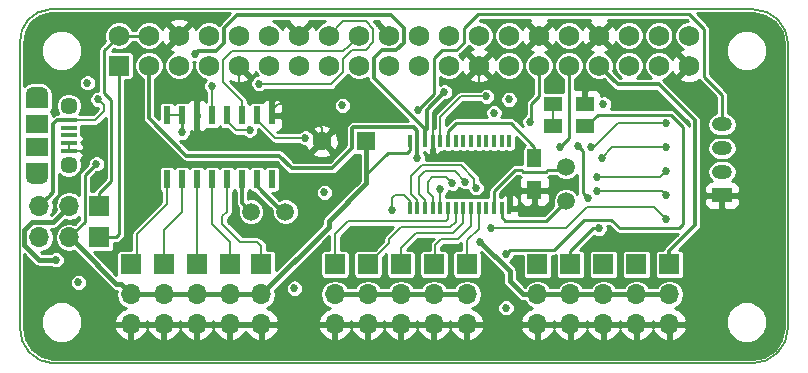
<source format=gtl>
%TF.GenerationSoftware,KiCad,Pcbnew,4.0.7*%
%TF.CreationDate,2018-07-08T22:20:32+02:00*%
%TF.ProjectId,Elemental-pHAT,456C656D656E74616C2D704841542E6B,rev?*%
%TF.FileFunction,Copper,L1,Top,Signal*%
%FSLAX46Y46*%
G04 Gerber Fmt 4.6, Leading zero omitted, Abs format (unit mm)*
G04 Created by KiCad (PCBNEW 4.0.7) date 07/08/18 22:20:32*
%MOMM*%
%LPD*%
G01*
G04 APERTURE LIST*
%ADD10C,0.127000*%
%ADD11C,1.500000*%
%ADD12R,1.727200X1.727200*%
%ADD13C,1.727200*%
%ADD14R,1.600000X1.600000*%
%ADD15C,1.600000*%
%ADD16R,1.500000X1.300000*%
%ADD17R,1.700000X1.700000*%
%ADD18O,1.700000X1.700000*%
%ADD19R,1.900000X1.500000*%
%ADD20C,1.450000*%
%ADD21R,1.350000X0.400000*%
%ADD22O,1.900000X1.200000*%
%ADD23R,1.900000X1.200000*%
%ADD24R,1.700000X1.200000*%
%ADD25O,1.700000X1.200000*%
%ADD26R,1.300000X1.500000*%
%ADD27R,0.600000X1.500000*%
%ADD28R,0.400000X1.100000*%
%ADD29C,0.685800*%
%ADD30C,0.254000*%
%ADD31C,0.300000*%
%ADD32C,0.200000*%
%ADD33C,0.250000*%
%ADD34C,0.400000*%
G04 APERTURE END LIST*
D10*
X111125000Y-118491000D02*
X170053000Y-118491000D01*
X110617000Y-88519000D02*
X111125000Y-88519000D01*
X110617000Y-88519000D02*
G75*
G03X108077000Y-91313000I127000J-2667000D01*
G01*
X108077000Y-115443000D02*
X108077000Y-91313000D01*
X111125000Y-118491000D02*
X110871000Y-118491000D01*
X108077000Y-115443000D02*
G75*
G03X110871000Y-118491000I2921000J-127000D01*
G01*
X170053000Y-118491000D02*
G75*
G03X173101000Y-115443000I0J3048000D01*
G01*
X173101000Y-91440000D02*
X173101000Y-115443000D01*
X173101000Y-91440000D02*
G75*
G03X170180000Y-88519000I-2921000J0D01*
G01*
X111125000Y-88519000D02*
X170180000Y-88519000D01*
D11*
X154305000Y-104775000D03*
D12*
X116459000Y-93275000D03*
D13*
X116459000Y-90735000D03*
X118999000Y-93275000D03*
X118999000Y-90735000D03*
X121539000Y-93275000D03*
X121539000Y-90735000D03*
X124079000Y-93275000D03*
X124079000Y-90735000D03*
X126619000Y-93275000D03*
X126619000Y-90735000D03*
X129159000Y-93275000D03*
X129159000Y-90735000D03*
X131699000Y-93275000D03*
X131699000Y-90735000D03*
X134239000Y-93275000D03*
X134239000Y-90735000D03*
X136779000Y-93275000D03*
X136779000Y-90735000D03*
X139319000Y-93275000D03*
X139319000Y-90735000D03*
X141859000Y-93275000D03*
X141859000Y-90735000D03*
X144399000Y-93275000D03*
X144399000Y-90735000D03*
X146939000Y-93275000D03*
X146939000Y-90735000D03*
X149479000Y-93275000D03*
X149479000Y-90735000D03*
X152019000Y-93275000D03*
X152019000Y-90735000D03*
X154559000Y-93275000D03*
X154559000Y-90735000D03*
X157099000Y-93275000D03*
X157099000Y-90735000D03*
X159639000Y-93275000D03*
X159639000Y-90735000D03*
X162179000Y-93275000D03*
X162179000Y-90735000D03*
X164719000Y-93275000D03*
X164719000Y-90735000D03*
D14*
X137414000Y-99695000D03*
D15*
X133614000Y-99695000D03*
D16*
X155909000Y-96520000D03*
X153209000Y-96520000D03*
D17*
X151892000Y-110109000D03*
D18*
X151892000Y-112649000D03*
X151892000Y-115189000D03*
D17*
X134747000Y-110109000D03*
D18*
X134747000Y-112649000D03*
X134747000Y-115189000D03*
D17*
X117475000Y-110109000D03*
D18*
X117475000Y-112649000D03*
X117475000Y-115189000D03*
D17*
X154686000Y-110109000D03*
D18*
X154686000Y-112649000D03*
X154686000Y-115189000D03*
D17*
X137541000Y-110109000D03*
D18*
X137541000Y-112649000D03*
X137541000Y-115189000D03*
D17*
X120269000Y-110109000D03*
D18*
X120269000Y-112649000D03*
X120269000Y-115189000D03*
D17*
X157480000Y-110109000D03*
D18*
X157480000Y-112649000D03*
X157480000Y-115189000D03*
D17*
X140335000Y-110109000D03*
D18*
X140335000Y-112649000D03*
X140335000Y-115189000D03*
D17*
X123063000Y-110109000D03*
D18*
X123063000Y-112649000D03*
X123063000Y-115189000D03*
D19*
X109505000Y-100187000D03*
D20*
X112205000Y-96687000D03*
D21*
X112205000Y-98537000D03*
X112205000Y-97887000D03*
X112205000Y-100487000D03*
X112205000Y-99837000D03*
X112205000Y-99187000D03*
D20*
X112205000Y-101687000D03*
D19*
X109505000Y-98187000D03*
D22*
X109505000Y-95687000D03*
X109505000Y-102687000D03*
D23*
X109505000Y-102087000D03*
X109505000Y-96287000D03*
D17*
X160274000Y-110109000D03*
D18*
X160274000Y-112649000D03*
X160274000Y-115189000D03*
D17*
X143129000Y-110109000D03*
D18*
X143129000Y-112649000D03*
X143129000Y-115189000D03*
D17*
X125857000Y-110109000D03*
D18*
X125857000Y-112649000D03*
X125857000Y-115189000D03*
D17*
X114808000Y-107823000D03*
D18*
X112268000Y-107823000D03*
X109728000Y-107823000D03*
D17*
X163068000Y-110109000D03*
D18*
X163068000Y-112649000D03*
X163068000Y-115189000D03*
D17*
X145923000Y-110109000D03*
D18*
X145923000Y-112649000D03*
X145923000Y-115189000D03*
D17*
X128524000Y-110109000D03*
D18*
X128524000Y-112649000D03*
X128524000Y-115189000D03*
D11*
X127635000Y-105664000D03*
X130556000Y-105664000D03*
D17*
X114808000Y-105156000D03*
D18*
X112268000Y-105156000D03*
X109728000Y-105156000D03*
D24*
X167513000Y-104267000D03*
D25*
X167513000Y-102267000D03*
X167513000Y-100267000D03*
X167513000Y-98267000D03*
D11*
X154305000Y-101854000D03*
D16*
X155909000Y-98425000D03*
X153209000Y-98425000D03*
D26*
X151638000Y-101139000D03*
X151638000Y-103839000D03*
D27*
X120523000Y-102903000D03*
X121793000Y-102903000D03*
X123063000Y-102903000D03*
X124333000Y-102903000D03*
X125603000Y-102903000D03*
X126873000Y-102903000D03*
X128143000Y-102903000D03*
X129413000Y-102903000D03*
X129413000Y-97503000D03*
X128143000Y-97503000D03*
X126873000Y-97503000D03*
X125603000Y-97503000D03*
X124333000Y-97503000D03*
X123063000Y-97503000D03*
X121793000Y-97503000D03*
X120523000Y-97503000D03*
D28*
X141063000Y-105339000D03*
X141713000Y-105339000D03*
X142363000Y-105339000D03*
X143013000Y-105339000D03*
X143663000Y-105339000D03*
X144313000Y-105339000D03*
X144963000Y-105339000D03*
X145613000Y-105339000D03*
X146263000Y-105339000D03*
X146913000Y-105339000D03*
X147563000Y-105339000D03*
X148213000Y-105339000D03*
X148863000Y-105339000D03*
X149513000Y-105339000D03*
X149513000Y-99639000D03*
X148863000Y-99639000D03*
X148213000Y-99639000D03*
X147563000Y-99639000D03*
X146913000Y-99639000D03*
X146263000Y-99639000D03*
X145613000Y-99639000D03*
X144963000Y-99639000D03*
X144313000Y-99639000D03*
X143663000Y-99639000D03*
X143013000Y-99639000D03*
X142363000Y-99639000D03*
X141713000Y-99639000D03*
X141063000Y-99639000D03*
D29*
X149479000Y-96139000D03*
X148209000Y-97282000D03*
X157480000Y-96520000D03*
X149225000Y-113792000D03*
X113792000Y-94742000D03*
X113030000Y-111633000D03*
X131318000Y-112141000D03*
X135382000Y-96647000D03*
X133858000Y-104013000D03*
X114681000Y-96139000D03*
X160909000Y-107950000D03*
X157607000Y-108077000D03*
X152273000Y-105537000D03*
X113919000Y-100457000D03*
X121793000Y-98933000D03*
X114554000Y-101600000D03*
X147066000Y-108204000D03*
X149225000Y-109220000D03*
X111125000Y-109728000D03*
X157099000Y-107061000D03*
X156210000Y-104521000D03*
X155321000Y-100076000D03*
X151257000Y-98044000D03*
X153797000Y-100203000D03*
X144018000Y-95504000D03*
X122874282Y-92259703D03*
X141732059Y-101143429D03*
X141761883Y-96998117D03*
X139573000Y-105537000D03*
X147955000Y-107061000D03*
X162814000Y-106299000D03*
X146685000Y-103632000D03*
X156972000Y-103886000D03*
X162814000Y-104267000D03*
X145796000Y-103124000D03*
X156972000Y-102743000D03*
X162814000Y-102235000D03*
X162814000Y-100203000D03*
X157353000Y-101092000D03*
X144653000Y-103251000D03*
X143637000Y-103759000D03*
X156464000Y-100203000D03*
X162814000Y-98171000D03*
X147574000Y-95885000D03*
X124333000Y-94996000D03*
X127508994Y-98747716D03*
X128303621Y-94807100D03*
X136779000Y-90735000D03*
X132242905Y-99404415D03*
D30*
X148209000Y-97282000D02*
X148336000Y-97282000D01*
X131318000Y-112141000D02*
X131318000Y-111887000D01*
X135382000Y-96520000D02*
X135382000Y-96647000D01*
D31*
X112205000Y-97887000D02*
X111230000Y-97887000D01*
X111230000Y-97887000D02*
X110859001Y-98257999D01*
X110859001Y-98257999D02*
X110859001Y-104024999D01*
X110859001Y-104024999D02*
X110577999Y-104306001D01*
X110577999Y-104306001D02*
X109728000Y-105156000D01*
D32*
X112205000Y-97887000D02*
X114457000Y-97887000D01*
X115189000Y-96647000D02*
X114681000Y-96139000D01*
X115189000Y-97155000D02*
X115189000Y-96647000D01*
X114457000Y-97887000D02*
X115189000Y-97155000D01*
D30*
X151638000Y-103839000D02*
X151638000Y-104902000D01*
X157734000Y-107950000D02*
X160909000Y-107950000D01*
X157607000Y-108077000D02*
X157734000Y-107950000D01*
X151638000Y-104902000D02*
X152273000Y-105537000D01*
D33*
X151638000Y-103839000D02*
X151638000Y-104839000D01*
X151638000Y-104839000D02*
X151138000Y-105339000D01*
X151138000Y-105339000D02*
X149963000Y-105339000D01*
X149963000Y-105339000D02*
X149513000Y-105339000D01*
D31*
X157099000Y-90735000D02*
X158366601Y-89467399D01*
X158366601Y-89467399D02*
X162787449Y-89467399D01*
X162787449Y-89467399D02*
X163446601Y-90126551D01*
X163446601Y-90126551D02*
X163446601Y-92002601D01*
X163446601Y-92002601D02*
X164719000Y-93275000D01*
X157099000Y-90735000D02*
X155831399Y-89467399D01*
X153229601Y-89467399D02*
X152019000Y-90678000D01*
X155831399Y-89467399D02*
X153229601Y-89467399D01*
X152019000Y-90678000D02*
X152019000Y-90735000D01*
D32*
X129413000Y-97053000D02*
X129413000Y-97503000D01*
X133614000Y-99695000D02*
X133614000Y-98563630D01*
X131603370Y-96553000D02*
X129913000Y-96553000D01*
X129913000Y-96553000D02*
X129413000Y-97053000D01*
X133614000Y-98563630D02*
X131603370Y-96553000D01*
X143013000Y-99639000D02*
X143013000Y-97652000D01*
X146939000Y-95123000D02*
X146939000Y-93275000D01*
X146685000Y-95377000D02*
X146939000Y-95123000D01*
X145288000Y-95377000D02*
X146685000Y-95377000D01*
X143013000Y-97652000D02*
X145288000Y-95377000D01*
X157099000Y-90735000D02*
X156915000Y-90735000D01*
X156915000Y-90735000D02*
X155829000Y-91821000D01*
X155829000Y-91821000D02*
X155829000Y-96440000D01*
X155829000Y-96440000D02*
X155909000Y-96520000D01*
X126619000Y-93275000D02*
X126619000Y-95377000D01*
X129413000Y-96393000D02*
X129413000Y-97503000D01*
X128524000Y-95504000D02*
X129413000Y-96393000D01*
X126746000Y-95504000D02*
X128524000Y-95504000D01*
X126619000Y-95377000D02*
X126746000Y-95504000D01*
X112205000Y-99837000D02*
X112205000Y-100487000D01*
X113889000Y-100487000D02*
X112855000Y-100487000D01*
X113919000Y-100457000D02*
X113889000Y-100487000D01*
D34*
X160274000Y-115189000D02*
X163068000Y-115189000D01*
X157480000Y-115189000D02*
X160274000Y-115189000D01*
X154686000Y-115189000D02*
X156464000Y-115189000D01*
X156464000Y-115189000D02*
X157480000Y-115189000D01*
X151892000Y-115189000D02*
X154686000Y-115189000D01*
X145923000Y-115189000D02*
X151892000Y-115189000D01*
X143129000Y-115189000D02*
X145923000Y-115189000D01*
X140335000Y-115189000D02*
X143129000Y-115189000D01*
X137541000Y-115189000D02*
X140335000Y-115189000D01*
X134747000Y-115189000D02*
X137541000Y-115189000D01*
X125857000Y-115189000D02*
X128524000Y-115189000D01*
X123063000Y-115189000D02*
X125857000Y-115189000D01*
X120269000Y-115189000D02*
X123063000Y-115189000D01*
X117475000Y-115189000D02*
X120269000Y-115189000D01*
X137414000Y-103251000D02*
X137414000Y-102489000D01*
X137414000Y-102489000D02*
X137414000Y-99695000D01*
D33*
X140843000Y-100659000D02*
X139244000Y-100659000D01*
X139244000Y-100659000D02*
X137414000Y-102489000D01*
X141063000Y-99639000D02*
X141063000Y-100439000D01*
X141063000Y-100439000D02*
X140843000Y-100659000D01*
X121793000Y-98933000D02*
X121793000Y-97503000D01*
X113578999Y-102575001D02*
X114554000Y-101600000D01*
X113578999Y-102829001D02*
X113578999Y-102575001D01*
X112268000Y-107823000D02*
X113578999Y-106512001D01*
X113578999Y-106512001D02*
X113578999Y-102829001D01*
D34*
X149546919Y-110684919D02*
X147066000Y-108204000D01*
X149546919Y-111506000D02*
X149546919Y-110684919D01*
X151892000Y-112649000D02*
X150689919Y-112649000D01*
X150689919Y-112649000D02*
X149546919Y-111506000D01*
X134239000Y-106426000D02*
X137414000Y-103251000D01*
X128524000Y-112649000D02*
X134239000Y-106934000D01*
X134239000Y-106934000D02*
X134239000Y-106426000D01*
X117475000Y-112649000D02*
X116625001Y-111799001D01*
X116625001Y-111799001D02*
X116244001Y-111799001D01*
X116244001Y-111799001D02*
X113117999Y-108672999D01*
X113117999Y-108672999D02*
X112268000Y-107823000D01*
D32*
X121793000Y-97503000D02*
X120523000Y-97503000D01*
D34*
X151892000Y-112649000D02*
X154686000Y-112649000D01*
X154686000Y-112649000D02*
X157480000Y-112649000D01*
X157480000Y-112649000D02*
X160274000Y-112649000D01*
X163068000Y-112649000D02*
X160274000Y-112649000D01*
X125857000Y-112649000D02*
X128524000Y-112649000D01*
X123063000Y-112649000D02*
X125857000Y-112649000D01*
X120269000Y-112649000D02*
X123063000Y-112649000D01*
X117475000Y-112649000D02*
X120269000Y-112649000D01*
D32*
X153209000Y-96520000D02*
X153209000Y-98425000D01*
X144313000Y-105339000D02*
X144313000Y-106258000D01*
X134747000Y-107569000D02*
X134747000Y-110109000D01*
X135890000Y-106426000D02*
X134747000Y-107569000D01*
X144145000Y-106426000D02*
X135890000Y-106426000D01*
X144313000Y-106258000D02*
X144145000Y-106426000D01*
D33*
X149565001Y-108879999D02*
X149225000Y-109220000D01*
X158836901Y-107020901D02*
X158155099Y-106339099D01*
X158155099Y-106339099D02*
X155788901Y-106339099D01*
X155788901Y-106339099D02*
X153248001Y-108879999D01*
X153248001Y-108879999D02*
X149565001Y-108879999D01*
X164211000Y-106680000D02*
X163870099Y-107020901D01*
X163870099Y-107020901D02*
X158836901Y-107020901D01*
X164211000Y-98499586D02*
X164211000Y-106680000D01*
X155909000Y-98425000D02*
X156009000Y-98425000D01*
X156009000Y-98425000D02*
X156984901Y-97449099D01*
X156984901Y-97449099D02*
X163160513Y-97449099D01*
X163160513Y-97449099D02*
X164211000Y-98499586D01*
D34*
X111125000Y-109728000D02*
X109703078Y-109728000D01*
X109703078Y-109728000D02*
X108423999Y-108448921D01*
X108423999Y-108448921D02*
X108423999Y-107197079D01*
X108423999Y-107197079D02*
X109102079Y-106518999D01*
X109102079Y-106518999D02*
X110905001Y-106518999D01*
X110905001Y-106518999D02*
X111418001Y-106005999D01*
X111418001Y-106005999D02*
X112268000Y-105156000D01*
X143129000Y-112649000D02*
X145923000Y-112649000D01*
X140335000Y-112649000D02*
X143129000Y-112649000D01*
X137541000Y-112649000D02*
X140335000Y-112649000D01*
X134747000Y-112649000D02*
X137541000Y-112649000D01*
D32*
X120523000Y-102903000D02*
X120523000Y-105029000D01*
X117983000Y-107569000D02*
X117983000Y-109601000D01*
X120523000Y-105029000D02*
X117983000Y-107569000D01*
X117983000Y-109601000D02*
X117475000Y-110109000D01*
D33*
X152019000Y-93275000D02*
X152019000Y-95885000D01*
X152019000Y-95885000D02*
X151384000Y-96520000D01*
X151257000Y-97790000D02*
X151257000Y-98044000D01*
X151384000Y-96520000D02*
X151384000Y-97663000D01*
X151384000Y-97663000D02*
X151257000Y-97790000D01*
X157099000Y-107061000D02*
X156614067Y-107061000D01*
X156614067Y-107061000D02*
X154686000Y-108989067D01*
X154686000Y-108989067D02*
X154686000Y-109009000D01*
X154686000Y-109009000D02*
X154686000Y-110109000D01*
X155742099Y-104053099D02*
X156210000Y-104521000D01*
X155321000Y-100076000D02*
X155742099Y-100497099D01*
X155742099Y-100497099D02*
X155742099Y-104053099D01*
D32*
X144963000Y-105339000D02*
X144963000Y-106497000D01*
X139319000Y-108331000D02*
X137541000Y-110109000D01*
X139319000Y-107950000D02*
X139319000Y-108331000D01*
X140335000Y-106934000D02*
X139319000Y-107950000D01*
X144526000Y-106934000D02*
X140335000Y-106934000D01*
X144963000Y-106497000D02*
X144526000Y-106934000D01*
X120269000Y-110109000D02*
X120269000Y-107188000D01*
X121793000Y-105664000D02*
X121793000Y-102903000D01*
X120269000Y-107188000D02*
X121793000Y-105664000D01*
D33*
X154559000Y-99441000D02*
X153797000Y-100203000D01*
X154559000Y-93275000D02*
X154559000Y-99441000D01*
D32*
X145613000Y-105339000D02*
X145613000Y-106609000D01*
X140335000Y-108712000D02*
X140335000Y-110109000D01*
X141605000Y-107442000D02*
X140335000Y-108712000D01*
X144780000Y-107442000D02*
X141605000Y-107442000D01*
X145613000Y-106609000D02*
X144780000Y-107442000D01*
X123063000Y-102903000D02*
X123063000Y-106553000D01*
X123063000Y-106553000D02*
X123063000Y-110109000D01*
X146263000Y-105339000D02*
X146263000Y-106848000D01*
X143256000Y-108458000D02*
X143256000Y-109982000D01*
X143764000Y-107950000D02*
X143256000Y-108458000D01*
X145161000Y-107950000D02*
X143764000Y-107950000D01*
X146263000Y-106848000D02*
X145161000Y-107950000D01*
X143256000Y-109982000D02*
X143129000Y-110109000D01*
X124333000Y-102903000D02*
X124333000Y-106680000D01*
X125857000Y-108204000D02*
X125857000Y-110109000D01*
X124333000Y-106680000D02*
X125857000Y-108204000D01*
D33*
X116459000Y-107569000D02*
X116205000Y-107823000D01*
X116205000Y-107823000D02*
X114808000Y-107823000D01*
X116459000Y-93275000D02*
X116459000Y-107569000D01*
D31*
X162179000Y-94869000D02*
X158693000Y-94869000D01*
X158693000Y-94869000D02*
X157099000Y-93275000D01*
X165227000Y-97917000D02*
X162179000Y-94869000D01*
X165227000Y-106800000D02*
X165227000Y-97917000D01*
X163068000Y-110109000D02*
X163068000Y-108959000D01*
X163068000Y-108959000D02*
X165227000Y-106800000D01*
D32*
X146913000Y-105339000D02*
X146913000Y-107087000D01*
X145923000Y-108077000D02*
X145923000Y-110109000D01*
X146913000Y-107087000D02*
X145923000Y-108077000D01*
X125603000Y-102903000D02*
X125603000Y-105664000D01*
X128524000Y-108585000D02*
X128524000Y-110109000D01*
X128143000Y-108204000D02*
X128524000Y-108585000D01*
X126746000Y-108204000D02*
X128143000Y-108204000D01*
X125222000Y-106680000D02*
X126746000Y-108204000D01*
X125222000Y-106045000D02*
X125222000Y-106680000D01*
X125603000Y-105664000D02*
X125222000Y-106045000D01*
D31*
X126873000Y-102903000D02*
X126873000Y-104902000D01*
X126873000Y-104902000D02*
X127635000Y-105664000D01*
X128143000Y-102903000D02*
X128143000Y-103505000D01*
X128143000Y-103505000D02*
X130302000Y-105664000D01*
X130302000Y-105664000D02*
X130556000Y-105664000D01*
D33*
X118999000Y-90735000D02*
X117777686Y-90735000D01*
X117777686Y-90735000D02*
X116459000Y-90735000D01*
X115824000Y-96213586D02*
X115824000Y-103040000D01*
X115824000Y-103040000D02*
X114808000Y-104056000D01*
X114808000Y-104056000D02*
X114808000Y-105156000D01*
X116459000Y-90735000D02*
X115216399Y-91977601D01*
X115216399Y-91977601D02*
X115216399Y-95605985D01*
X115216399Y-95605985D02*
X115824000Y-96213586D01*
D31*
X142363000Y-99639000D02*
X142363000Y-98789000D01*
X142508992Y-98643008D02*
X142363000Y-98789000D01*
X142508992Y-97013008D02*
X142508992Y-98643008D01*
X144018000Y-95504000D02*
X142508992Y-97013008D01*
X123126586Y-92007399D02*
X122874282Y-92259703D01*
X124687449Y-92007399D02*
X123126586Y-92007399D01*
X138046601Y-92666551D02*
X138710551Y-92002601D01*
X125351399Y-91343449D02*
X124687449Y-92007399D01*
X142363000Y-99639000D02*
X142363000Y-98655512D01*
X125351399Y-90126551D02*
X125351399Y-91343449D01*
X139473439Y-89013389D02*
X126464561Y-89013389D01*
X139927449Y-92002601D02*
X140586601Y-91343449D01*
X138710551Y-92002601D02*
X139927449Y-92002601D01*
X140586601Y-90126551D02*
X139473439Y-89013389D01*
X142363000Y-98655512D02*
X138046601Y-94339113D01*
X138046601Y-94339113D02*
X138046601Y-92666551D01*
X126464561Y-89013389D02*
X125351399Y-90126551D01*
X140586601Y-91343449D02*
X140586601Y-90126551D01*
D33*
X167513000Y-98267000D02*
X167513000Y-95758000D01*
X146841763Y-88938389D02*
X145641601Y-90138551D01*
X167513000Y-95758000D02*
X165989000Y-94234000D01*
X165989000Y-94234000D02*
X165989000Y-90165950D01*
X164761439Y-88938389D02*
X146841763Y-88938389D01*
X165989000Y-90165950D02*
X164761439Y-88938389D01*
X143101601Y-95658399D02*
X141761883Y-96998117D01*
X145641601Y-90138551D02*
X145641601Y-91331449D01*
X145641601Y-91331449D02*
X144995449Y-91977601D01*
X143101601Y-92678551D02*
X143101601Y-95658399D01*
X144995449Y-91977601D02*
X143802551Y-91977601D01*
X143802551Y-91977601D02*
X143101601Y-92678551D01*
D31*
X141713000Y-99639000D02*
X141713000Y-101124370D01*
X141713000Y-101124370D02*
X141732059Y-101143429D01*
X118999000Y-93275000D02*
X118999000Y-97756202D01*
X118999000Y-97756202D02*
X122141799Y-100899001D01*
X136209999Y-100264001D02*
X136209999Y-98571799D01*
X122141799Y-100899001D02*
X130019587Y-100899001D01*
X130019587Y-100899001D02*
X131086488Y-101965902D01*
X131086488Y-101965902D02*
X134508098Y-101965902D01*
X134508098Y-101965902D02*
X136209999Y-100264001D01*
X136209999Y-98571799D02*
X136290799Y-98490999D01*
X136290799Y-98490999D02*
X141414999Y-98490999D01*
X141713000Y-98789000D02*
X141713000Y-99639000D01*
X141414999Y-98490999D02*
X141713000Y-98789000D01*
D33*
X167513000Y-98267000D02*
X167263000Y-98267000D01*
X154305000Y-101854000D02*
X154051000Y-102108000D01*
X154051000Y-102108000D02*
X152667001Y-102108000D01*
X152667001Y-102108000D02*
X152667001Y-102192201D01*
X150684799Y-102268001D02*
X150608999Y-102192201D01*
X152667001Y-102192201D02*
X152591201Y-102268001D01*
X152591201Y-102268001D02*
X150684799Y-102268001D01*
X150608999Y-102192201D02*
X150608999Y-102108000D01*
X150608999Y-102108000D02*
X149987000Y-102108000D01*
X149987000Y-102108000D02*
X148213000Y-103882000D01*
X148213000Y-103882000D02*
X148213000Y-105339000D01*
X149150000Y-106426000D02*
X152654000Y-106426000D01*
X152654000Y-106426000D02*
X154305000Y-104775000D01*
X148863000Y-105339000D02*
X148863000Y-106139000D01*
X148863000Y-106139000D02*
X149150000Y-106426000D01*
D32*
X141063000Y-105339000D02*
X141063000Y-104741000D01*
X139573000Y-104521000D02*
X139573000Y-105537000D01*
X139827000Y-104267000D02*
X139573000Y-104521000D01*
X140589000Y-104267000D02*
X139827000Y-104267000D01*
X141063000Y-104741000D02*
X140589000Y-104267000D01*
X154305000Y-107061000D02*
X147955000Y-107061000D01*
X156083000Y-105283000D02*
X154305000Y-107061000D01*
X161798000Y-105283000D02*
X156083000Y-105283000D01*
X162814000Y-106299000D02*
X161798000Y-105283000D01*
X141713000Y-104636056D02*
X141713000Y-105339000D01*
X141224000Y-104147056D02*
X141713000Y-104636056D01*
X141224000Y-102616000D02*
X141224000Y-104147056D01*
X142113000Y-101727000D02*
X141224000Y-102616000D01*
X145415000Y-101727000D02*
X142113000Y-101727000D01*
X146558000Y-102870000D02*
X145415000Y-101727000D01*
X146558000Y-103505000D02*
X146558000Y-102870000D01*
X146685000Y-103632000D02*
X146558000Y-103505000D01*
X162433000Y-103886000D02*
X156972000Y-103886000D01*
X162814000Y-104267000D02*
X162433000Y-103886000D01*
X142363000Y-104644000D02*
X142363000Y-105339000D01*
X141859000Y-104140000D02*
X142363000Y-104644000D01*
X141859000Y-102743000D02*
X141859000Y-104140000D01*
X142367000Y-102235000D02*
X141859000Y-102743000D01*
X144907000Y-102235000D02*
X142367000Y-102235000D01*
X145796000Y-103124000D02*
X144907000Y-102235000D01*
X162306000Y-102743000D02*
X156972000Y-102743000D01*
X162814000Y-102235000D02*
X162306000Y-102743000D01*
X143013000Y-105339000D02*
X143013000Y-104405000D01*
X158242000Y-100203000D02*
X162814000Y-100203000D01*
X157353000Y-101092000D02*
X158242000Y-100203000D01*
X144145000Y-102743000D02*
X144653000Y-103251000D01*
X143002000Y-102743000D02*
X144145000Y-102743000D01*
X142621000Y-103124000D02*
X143002000Y-102743000D01*
X142621000Y-104013000D02*
X142621000Y-103124000D01*
X143013000Y-104405000D02*
X142621000Y-104013000D01*
X162814000Y-98171000D02*
X158750000Y-98171000D01*
X158750000Y-98171000D02*
X156718000Y-100203000D01*
X156718000Y-100203000D02*
X156464000Y-100203000D01*
X143663000Y-103785000D02*
X143663000Y-105339000D01*
X143637000Y-103759000D02*
X143663000Y-103785000D01*
X143663000Y-99639000D02*
X143663000Y-97644056D01*
X146939000Y-95885000D02*
X147574000Y-95885000D01*
X145422056Y-95885000D02*
X146939000Y-95885000D01*
X143663000Y-97644056D02*
X145422056Y-95885000D01*
D33*
X151638000Y-101139000D02*
X151638000Y-100139000D01*
X151638000Y-100139000D02*
X149670000Y-98171000D01*
X149670000Y-98171000D02*
X144981000Y-98171000D01*
X144981000Y-98171000D02*
X144313000Y-98839000D01*
X144313000Y-98839000D02*
X144313000Y-99639000D01*
D32*
X124333000Y-95631000D02*
X124333000Y-94996000D01*
X124333000Y-97503000D02*
X124333000Y-95631000D01*
X125603000Y-97503000D02*
X125603000Y-97953000D01*
X126397716Y-98747716D02*
X127024061Y-98747716D01*
X125603000Y-97953000D02*
X126397716Y-98747716D01*
X127024061Y-98747716D02*
X127508994Y-98747716D01*
X134447050Y-94869000D02*
X128365521Y-94869000D01*
X128365521Y-94869000D02*
X128303621Y-94807100D01*
X134239000Y-90735000D02*
X135456601Y-89517399D01*
X135456601Y-89517399D02*
X137363449Y-89517399D01*
X137363449Y-89517399D02*
X137996601Y-90150551D01*
X137996601Y-90150551D02*
X137996601Y-91319449D01*
X137363449Y-91952601D02*
X136203466Y-91952601D01*
X137996601Y-91319449D02*
X137363449Y-91952601D01*
X136203466Y-91952601D02*
X135456601Y-92699466D01*
X135456601Y-92699466D02*
X135456601Y-93859449D01*
X135456601Y-93859449D02*
X134447050Y-94869000D01*
X126873000Y-97503000D02*
X126873000Y-96273067D01*
X125296601Y-94696668D02*
X125296601Y-92795349D01*
X126034551Y-92057399D02*
X135456601Y-92057399D01*
X126873000Y-96273067D02*
X125296601Y-94696668D01*
X125296601Y-92795349D02*
X126034551Y-92057399D01*
X135456601Y-92057399D02*
X135915401Y-91598599D01*
X135915401Y-91598599D02*
X136779000Y-90735000D01*
X128143000Y-97874100D02*
X129673315Y-99404415D01*
X128143000Y-97503000D02*
X128143000Y-97874100D01*
X129673315Y-99404415D02*
X131757972Y-99404415D01*
X131757972Y-99404415D02*
X132242905Y-99404415D01*
D30*
G36*
X171164025Y-89064352D02*
X171998242Y-89621758D01*
X172555648Y-90455975D01*
X172758100Y-91473771D01*
X172758100Y-115409229D01*
X172545981Y-116475625D01*
X171961044Y-117351044D01*
X171085625Y-117935981D01*
X170019229Y-118148100D01*
X110912311Y-118148100D01*
X109910547Y-117903163D01*
X109100461Y-117309410D01*
X108579259Y-116450850D01*
X108419900Y-115416732D01*
X108419900Y-115352758D01*
X109832696Y-115352758D01*
X110099468Y-115998395D01*
X110593007Y-116492796D01*
X111238178Y-116760694D01*
X111936758Y-116761304D01*
X112582395Y-116494532D01*
X113076796Y-116000993D01*
X113265770Y-115545890D01*
X116033524Y-115545890D01*
X116203355Y-115955924D01*
X116593642Y-116384183D01*
X117118108Y-116630486D01*
X117348000Y-116509819D01*
X117348000Y-115316000D01*
X117602000Y-115316000D01*
X117602000Y-116509819D01*
X117831892Y-116630486D01*
X118356358Y-116384183D01*
X118746645Y-115955924D01*
X118872000Y-115653271D01*
X118997355Y-115955924D01*
X119387642Y-116384183D01*
X119912108Y-116630486D01*
X120142000Y-116509819D01*
X120142000Y-115316000D01*
X120396000Y-115316000D01*
X120396000Y-116509819D01*
X120625892Y-116630486D01*
X121150358Y-116384183D01*
X121540645Y-115955924D01*
X121666000Y-115653271D01*
X121791355Y-115955924D01*
X122181642Y-116384183D01*
X122706108Y-116630486D01*
X122936000Y-116509819D01*
X122936000Y-115316000D01*
X123190000Y-115316000D01*
X123190000Y-116509819D01*
X123419892Y-116630486D01*
X123944358Y-116384183D01*
X124334645Y-115955924D01*
X124460000Y-115653271D01*
X124585355Y-115955924D01*
X124975642Y-116384183D01*
X125500108Y-116630486D01*
X125730000Y-116509819D01*
X125730000Y-115316000D01*
X125984000Y-115316000D01*
X125984000Y-116509819D01*
X126213892Y-116630486D01*
X126738358Y-116384183D01*
X127128645Y-115955924D01*
X127190500Y-115806583D01*
X127252355Y-115955924D01*
X127642642Y-116384183D01*
X128167108Y-116630486D01*
X128397000Y-116509819D01*
X128397000Y-115316000D01*
X128651000Y-115316000D01*
X128651000Y-116509819D01*
X128880892Y-116630486D01*
X129405358Y-116384183D01*
X129795645Y-115955924D01*
X129965476Y-115545890D01*
X133305524Y-115545890D01*
X133475355Y-115955924D01*
X133865642Y-116384183D01*
X134390108Y-116630486D01*
X134620000Y-116509819D01*
X134620000Y-115316000D01*
X134874000Y-115316000D01*
X134874000Y-116509819D01*
X135103892Y-116630486D01*
X135628358Y-116384183D01*
X136018645Y-115955924D01*
X136144000Y-115653271D01*
X136269355Y-115955924D01*
X136659642Y-116384183D01*
X137184108Y-116630486D01*
X137414000Y-116509819D01*
X137414000Y-115316000D01*
X137668000Y-115316000D01*
X137668000Y-116509819D01*
X137897892Y-116630486D01*
X138422358Y-116384183D01*
X138812645Y-115955924D01*
X138938000Y-115653271D01*
X139063355Y-115955924D01*
X139453642Y-116384183D01*
X139978108Y-116630486D01*
X140208000Y-116509819D01*
X140208000Y-115316000D01*
X140462000Y-115316000D01*
X140462000Y-116509819D01*
X140691892Y-116630486D01*
X141216358Y-116384183D01*
X141606645Y-115955924D01*
X141732000Y-115653271D01*
X141857355Y-115955924D01*
X142247642Y-116384183D01*
X142772108Y-116630486D01*
X143002000Y-116509819D01*
X143002000Y-115316000D01*
X143256000Y-115316000D01*
X143256000Y-116509819D01*
X143485892Y-116630486D01*
X144010358Y-116384183D01*
X144400645Y-115955924D01*
X144526000Y-115653271D01*
X144651355Y-115955924D01*
X145041642Y-116384183D01*
X145566108Y-116630486D01*
X145796000Y-116509819D01*
X145796000Y-115316000D01*
X146050000Y-115316000D01*
X146050000Y-116509819D01*
X146279892Y-116630486D01*
X146804358Y-116384183D01*
X147194645Y-115955924D01*
X147364476Y-115545890D01*
X150450524Y-115545890D01*
X150620355Y-115955924D01*
X151010642Y-116384183D01*
X151535108Y-116630486D01*
X151765000Y-116509819D01*
X151765000Y-115316000D01*
X152019000Y-115316000D01*
X152019000Y-116509819D01*
X152248892Y-116630486D01*
X152773358Y-116384183D01*
X153163645Y-115955924D01*
X153289000Y-115653271D01*
X153414355Y-115955924D01*
X153804642Y-116384183D01*
X154329108Y-116630486D01*
X154559000Y-116509819D01*
X154559000Y-115316000D01*
X154813000Y-115316000D01*
X154813000Y-116509819D01*
X155042892Y-116630486D01*
X155567358Y-116384183D01*
X155957645Y-115955924D01*
X156083000Y-115653271D01*
X156208355Y-115955924D01*
X156598642Y-116384183D01*
X157123108Y-116630486D01*
X157353000Y-116509819D01*
X157353000Y-115316000D01*
X157607000Y-115316000D01*
X157607000Y-116509819D01*
X157836892Y-116630486D01*
X158361358Y-116384183D01*
X158751645Y-115955924D01*
X158877000Y-115653271D01*
X159002355Y-115955924D01*
X159392642Y-116384183D01*
X159917108Y-116630486D01*
X160147000Y-116509819D01*
X160147000Y-115316000D01*
X160401000Y-115316000D01*
X160401000Y-116509819D01*
X160630892Y-116630486D01*
X161155358Y-116384183D01*
X161545645Y-115955924D01*
X161671000Y-115653271D01*
X161796355Y-115955924D01*
X162186642Y-116384183D01*
X162711108Y-116630486D01*
X162941000Y-116509819D01*
X162941000Y-115316000D01*
X163195000Y-115316000D01*
X163195000Y-116509819D01*
X163424892Y-116630486D01*
X163949358Y-116384183D01*
X164339645Y-115955924D01*
X164509476Y-115545890D01*
X164407554Y-115352758D01*
X167832696Y-115352758D01*
X168099468Y-115998395D01*
X168593007Y-116492796D01*
X169238178Y-116760694D01*
X169936758Y-116761304D01*
X170582395Y-116494532D01*
X171076796Y-116000993D01*
X171344694Y-115355822D01*
X171345304Y-114657242D01*
X171078532Y-114011605D01*
X170584993Y-113517204D01*
X169939822Y-113249306D01*
X169241242Y-113248696D01*
X168595605Y-113515468D01*
X168101204Y-114009007D01*
X167833306Y-114654178D01*
X167832696Y-115352758D01*
X164407554Y-115352758D01*
X164388155Y-115316000D01*
X163195000Y-115316000D01*
X162941000Y-115316000D01*
X161747845Y-115316000D01*
X161671000Y-115461613D01*
X161594155Y-115316000D01*
X160401000Y-115316000D01*
X160147000Y-115316000D01*
X158953845Y-115316000D01*
X158877000Y-115461613D01*
X158800155Y-115316000D01*
X157607000Y-115316000D01*
X157353000Y-115316000D01*
X156159845Y-115316000D01*
X156083000Y-115461613D01*
X156006155Y-115316000D01*
X154813000Y-115316000D01*
X154559000Y-115316000D01*
X153365845Y-115316000D01*
X153289000Y-115461613D01*
X153212155Y-115316000D01*
X152019000Y-115316000D01*
X151765000Y-115316000D01*
X150571845Y-115316000D01*
X150450524Y-115545890D01*
X147364476Y-115545890D01*
X147243155Y-115316000D01*
X146050000Y-115316000D01*
X145796000Y-115316000D01*
X144602845Y-115316000D01*
X144526000Y-115461613D01*
X144449155Y-115316000D01*
X143256000Y-115316000D01*
X143002000Y-115316000D01*
X141808845Y-115316000D01*
X141732000Y-115461613D01*
X141655155Y-115316000D01*
X140462000Y-115316000D01*
X140208000Y-115316000D01*
X139014845Y-115316000D01*
X138938000Y-115461613D01*
X138861155Y-115316000D01*
X137668000Y-115316000D01*
X137414000Y-115316000D01*
X136220845Y-115316000D01*
X136144000Y-115461613D01*
X136067155Y-115316000D01*
X134874000Y-115316000D01*
X134620000Y-115316000D01*
X133426845Y-115316000D01*
X133305524Y-115545890D01*
X129965476Y-115545890D01*
X129844155Y-115316000D01*
X128651000Y-115316000D01*
X128397000Y-115316000D01*
X127203845Y-115316000D01*
X127190500Y-115341287D01*
X127177155Y-115316000D01*
X125984000Y-115316000D01*
X125730000Y-115316000D01*
X124536845Y-115316000D01*
X124460000Y-115461613D01*
X124383155Y-115316000D01*
X123190000Y-115316000D01*
X122936000Y-115316000D01*
X121742845Y-115316000D01*
X121666000Y-115461613D01*
X121589155Y-115316000D01*
X120396000Y-115316000D01*
X120142000Y-115316000D01*
X118948845Y-115316000D01*
X118872000Y-115461613D01*
X118795155Y-115316000D01*
X117602000Y-115316000D01*
X117348000Y-115316000D01*
X116154845Y-115316000D01*
X116033524Y-115545890D01*
X113265770Y-115545890D01*
X113344694Y-115355822D01*
X113345304Y-114657242D01*
X113078532Y-114011605D01*
X112584993Y-113517204D01*
X111939822Y-113249306D01*
X111241242Y-113248696D01*
X110595605Y-113515468D01*
X110101204Y-114009007D01*
X109833306Y-114654178D01*
X109832696Y-115352758D01*
X108419900Y-115352758D01*
X108419900Y-111776361D01*
X112305975Y-111776361D01*
X112415950Y-112042521D01*
X112619408Y-112246335D01*
X112885376Y-112356774D01*
X113173361Y-112357025D01*
X113439521Y-112247050D01*
X113643335Y-112043592D01*
X113753774Y-111777624D01*
X113754025Y-111489639D01*
X113644050Y-111223479D01*
X113440592Y-111019665D01*
X113174624Y-110909226D01*
X112886639Y-110908975D01*
X112620479Y-111018950D01*
X112416665Y-111222408D01*
X112306226Y-111488376D01*
X112305975Y-111776361D01*
X108419900Y-111776361D01*
X108419900Y-109266480D01*
X109292249Y-110138829D01*
X109480739Y-110264774D01*
X109703078Y-110309000D01*
X110682129Y-110309000D01*
X110714408Y-110341335D01*
X110980376Y-110451774D01*
X111268361Y-110452025D01*
X111534521Y-110342050D01*
X111738335Y-110138592D01*
X111848774Y-109872624D01*
X111849025Y-109584639D01*
X111739050Y-109318479D01*
X111535592Y-109114665D01*
X111269624Y-109004226D01*
X110981639Y-109003975D01*
X110715479Y-109113950D01*
X110682371Y-109147000D01*
X109943736Y-109147000D01*
X109850489Y-109053753D01*
X110199083Y-108984413D01*
X110598448Y-108717565D01*
X110865296Y-108318200D01*
X110959000Y-107847117D01*
X110959000Y-107798883D01*
X110865296Y-107327800D01*
X110713084Y-107099999D01*
X110905001Y-107099999D01*
X111127340Y-107055773D01*
X111315830Y-106929828D01*
X111906456Y-106339202D01*
X112268000Y-106411117D01*
X112739083Y-106317413D01*
X113072999Y-106094297D01*
X113072999Y-106302409D01*
X112718012Y-106657396D01*
X112268000Y-106567883D01*
X111796917Y-106661587D01*
X111397552Y-106928435D01*
X111130704Y-107327800D01*
X111037000Y-107798883D01*
X111037000Y-107847117D01*
X111130704Y-108318200D01*
X111397552Y-108717565D01*
X111796917Y-108984413D01*
X112268000Y-109078117D01*
X112629544Y-109006202D01*
X115833172Y-112209830D01*
X116021662Y-112335775D01*
X116244001Y-112380001D01*
X116273390Y-112380001D01*
X116219883Y-112649000D01*
X116313587Y-113120083D01*
X116580435Y-113519448D01*
X116979800Y-113786296D01*
X117018947Y-113794083D01*
X116593642Y-113993817D01*
X116203355Y-114422076D01*
X116033524Y-114832110D01*
X116154845Y-115062000D01*
X117348000Y-115062000D01*
X117348000Y-115042000D01*
X117602000Y-115042000D01*
X117602000Y-115062000D01*
X118795155Y-115062000D01*
X118872000Y-114916387D01*
X118948845Y-115062000D01*
X120142000Y-115062000D01*
X120142000Y-115042000D01*
X120396000Y-115042000D01*
X120396000Y-115062000D01*
X121589155Y-115062000D01*
X121666000Y-114916387D01*
X121742845Y-115062000D01*
X122936000Y-115062000D01*
X122936000Y-115042000D01*
X123190000Y-115042000D01*
X123190000Y-115062000D01*
X124383155Y-115062000D01*
X124460000Y-114916387D01*
X124536845Y-115062000D01*
X125730000Y-115062000D01*
X125730000Y-115042000D01*
X125984000Y-115042000D01*
X125984000Y-115062000D01*
X127177155Y-115062000D01*
X127190500Y-115036713D01*
X127203845Y-115062000D01*
X128397000Y-115062000D01*
X128397000Y-115042000D01*
X128651000Y-115042000D01*
X128651000Y-115062000D01*
X129844155Y-115062000D01*
X129965476Y-114832110D01*
X133305524Y-114832110D01*
X133426845Y-115062000D01*
X134620000Y-115062000D01*
X134620000Y-115042000D01*
X134874000Y-115042000D01*
X134874000Y-115062000D01*
X136067155Y-115062000D01*
X136144000Y-114916387D01*
X136220845Y-115062000D01*
X137414000Y-115062000D01*
X137414000Y-115042000D01*
X137668000Y-115042000D01*
X137668000Y-115062000D01*
X138861155Y-115062000D01*
X138938000Y-114916387D01*
X139014845Y-115062000D01*
X140208000Y-115062000D01*
X140208000Y-115042000D01*
X140462000Y-115042000D01*
X140462000Y-115062000D01*
X141655155Y-115062000D01*
X141732000Y-114916387D01*
X141808845Y-115062000D01*
X143002000Y-115062000D01*
X143002000Y-115042000D01*
X143256000Y-115042000D01*
X143256000Y-115062000D01*
X144449155Y-115062000D01*
X144526000Y-114916387D01*
X144602845Y-115062000D01*
X145796000Y-115062000D01*
X145796000Y-115042000D01*
X146050000Y-115042000D01*
X146050000Y-115062000D01*
X147243155Y-115062000D01*
X147364476Y-114832110D01*
X147194645Y-114422076D01*
X146804358Y-113993817D01*
X146679885Y-113935361D01*
X148500975Y-113935361D01*
X148610950Y-114201521D01*
X148814408Y-114405335D01*
X149080376Y-114515774D01*
X149368361Y-114516025D01*
X149634521Y-114406050D01*
X149838335Y-114202592D01*
X149948774Y-113936624D01*
X149949025Y-113648639D01*
X149839050Y-113382479D01*
X149635592Y-113178665D01*
X149369624Y-113068226D01*
X149081639Y-113067975D01*
X148815479Y-113177950D01*
X148611665Y-113381408D01*
X148501226Y-113647376D01*
X148500975Y-113935361D01*
X146679885Y-113935361D01*
X146379053Y-113794083D01*
X146418200Y-113786296D01*
X146817565Y-113519448D01*
X147084413Y-113120083D01*
X147178117Y-112649000D01*
X147084413Y-112177917D01*
X146817565Y-111778552D01*
X146418200Y-111511704D01*
X145947117Y-111418000D01*
X145898883Y-111418000D01*
X145427800Y-111511704D01*
X145028435Y-111778552D01*
X144835031Y-112068000D01*
X144216969Y-112068000D01*
X144023565Y-111778552D01*
X143624200Y-111511704D01*
X143153117Y-111418000D01*
X143104883Y-111418000D01*
X142633800Y-111511704D01*
X142234435Y-111778552D01*
X142041031Y-112068000D01*
X141422969Y-112068000D01*
X141229565Y-111778552D01*
X140830200Y-111511704D01*
X140359117Y-111418000D01*
X140310883Y-111418000D01*
X139839800Y-111511704D01*
X139440435Y-111778552D01*
X139247031Y-112068000D01*
X138628969Y-112068000D01*
X138435565Y-111778552D01*
X138036200Y-111511704D01*
X137565117Y-111418000D01*
X137516883Y-111418000D01*
X137045800Y-111511704D01*
X136646435Y-111778552D01*
X136453031Y-112068000D01*
X135834969Y-112068000D01*
X135641565Y-111778552D01*
X135242200Y-111511704D01*
X134771117Y-111418000D01*
X134722883Y-111418000D01*
X134251800Y-111511704D01*
X133852435Y-111778552D01*
X133585587Y-112177917D01*
X133491883Y-112649000D01*
X133585587Y-113120083D01*
X133852435Y-113519448D01*
X134251800Y-113786296D01*
X134290947Y-113794083D01*
X133865642Y-113993817D01*
X133475355Y-114422076D01*
X133305524Y-114832110D01*
X129965476Y-114832110D01*
X129795645Y-114422076D01*
X129405358Y-113993817D01*
X128980053Y-113794083D01*
X129019200Y-113786296D01*
X129418565Y-113519448D01*
X129685413Y-113120083D01*
X129779117Y-112649000D01*
X129707202Y-112287456D01*
X129710297Y-112284361D01*
X130593975Y-112284361D01*
X130703950Y-112550521D01*
X130907408Y-112754335D01*
X131173376Y-112864774D01*
X131461361Y-112865025D01*
X131727521Y-112755050D01*
X131931335Y-112551592D01*
X132041774Y-112285624D01*
X132042025Y-111997639D01*
X131932050Y-111731479D01*
X131728592Y-111527665D01*
X131592368Y-111471100D01*
X131512403Y-111417669D01*
X131318000Y-111379000D01*
X131123597Y-111417669D01*
X131043609Y-111471115D01*
X130908479Y-111526950D01*
X130704665Y-111730408D01*
X130594226Y-111996376D01*
X130593975Y-112284361D01*
X129710297Y-112284361D01*
X134266000Y-107728658D01*
X134266000Y-108870536D01*
X133897000Y-108870536D01*
X133755810Y-108897103D01*
X133626135Y-108980546D01*
X133539141Y-109107866D01*
X133508536Y-109259000D01*
X133508536Y-110959000D01*
X133535103Y-111100190D01*
X133618546Y-111229865D01*
X133745866Y-111316859D01*
X133897000Y-111347464D01*
X135597000Y-111347464D01*
X135738190Y-111320897D01*
X135867865Y-111237454D01*
X135954859Y-111110134D01*
X135985464Y-110959000D01*
X135985464Y-109259000D01*
X135958897Y-109117810D01*
X135875454Y-108988135D01*
X135748134Y-108901141D01*
X135597000Y-108870536D01*
X135228000Y-108870536D01*
X135228000Y-107768236D01*
X136089236Y-106907000D01*
X139681764Y-106907000D01*
X138978882Y-107609882D01*
X138874614Y-107765929D01*
X138838000Y-107950000D01*
X138838000Y-108131763D01*
X138099227Y-108870536D01*
X136691000Y-108870536D01*
X136549810Y-108897103D01*
X136420135Y-108980546D01*
X136333141Y-109107866D01*
X136302536Y-109259000D01*
X136302536Y-110959000D01*
X136329103Y-111100190D01*
X136412546Y-111229865D01*
X136539866Y-111316859D01*
X136691000Y-111347464D01*
X138391000Y-111347464D01*
X138532190Y-111320897D01*
X138661865Y-111237454D01*
X138748859Y-111110134D01*
X138779464Y-110959000D01*
X138779464Y-109550773D01*
X139102960Y-109227277D01*
X139096536Y-109259000D01*
X139096536Y-110959000D01*
X139123103Y-111100190D01*
X139206546Y-111229865D01*
X139333866Y-111316859D01*
X139485000Y-111347464D01*
X141185000Y-111347464D01*
X141326190Y-111320897D01*
X141455865Y-111237454D01*
X141542859Y-111110134D01*
X141573464Y-110959000D01*
X141573464Y-109259000D01*
X141546897Y-109117810D01*
X141463454Y-108988135D01*
X141336134Y-108901141D01*
X141185000Y-108870536D01*
X140856700Y-108870536D01*
X141804237Y-107923000D01*
X143110764Y-107923000D01*
X142915882Y-108117882D01*
X142811614Y-108273929D01*
X142775000Y-108458000D01*
X142775000Y-108870536D01*
X142279000Y-108870536D01*
X142137810Y-108897103D01*
X142008135Y-108980546D01*
X141921141Y-109107866D01*
X141890536Y-109259000D01*
X141890536Y-110959000D01*
X141917103Y-111100190D01*
X142000546Y-111229865D01*
X142127866Y-111316859D01*
X142279000Y-111347464D01*
X143979000Y-111347464D01*
X144120190Y-111320897D01*
X144249865Y-111237454D01*
X144336859Y-111110134D01*
X144367464Y-110959000D01*
X144367464Y-109259000D01*
X144340897Y-109117810D01*
X144257454Y-108988135D01*
X144130134Y-108901141D01*
X143979000Y-108870536D01*
X143737000Y-108870536D01*
X143737000Y-108657236D01*
X143963237Y-108431000D01*
X145161000Y-108431000D01*
X145345071Y-108394386D01*
X145442000Y-108329620D01*
X145442000Y-108870536D01*
X145073000Y-108870536D01*
X144931810Y-108897103D01*
X144802135Y-108980546D01*
X144715141Y-109107866D01*
X144684536Y-109259000D01*
X144684536Y-110959000D01*
X144711103Y-111100190D01*
X144794546Y-111229865D01*
X144921866Y-111316859D01*
X145073000Y-111347464D01*
X146773000Y-111347464D01*
X146914190Y-111320897D01*
X147043865Y-111237454D01*
X147130859Y-111110134D01*
X147161464Y-110959000D01*
X147161464Y-109259000D01*
X147134897Y-109117810D01*
X147092925Y-109052583D01*
X148965919Y-110925577D01*
X148965919Y-111506000D01*
X149010145Y-111728339D01*
X149136090Y-111916829D01*
X150279090Y-113059829D01*
X150467580Y-113185774D01*
X150689919Y-113230000D01*
X150804031Y-113230000D01*
X150997435Y-113519448D01*
X151396800Y-113786296D01*
X151435947Y-113794083D01*
X151010642Y-113993817D01*
X150620355Y-114422076D01*
X150450524Y-114832110D01*
X150571845Y-115062000D01*
X151765000Y-115062000D01*
X151765000Y-115042000D01*
X152019000Y-115042000D01*
X152019000Y-115062000D01*
X153212155Y-115062000D01*
X153289000Y-114916387D01*
X153365845Y-115062000D01*
X154559000Y-115062000D01*
X154559000Y-115042000D01*
X154813000Y-115042000D01*
X154813000Y-115062000D01*
X156006155Y-115062000D01*
X156083000Y-114916387D01*
X156159845Y-115062000D01*
X157353000Y-115062000D01*
X157353000Y-115042000D01*
X157607000Y-115042000D01*
X157607000Y-115062000D01*
X158800155Y-115062000D01*
X158877000Y-114916387D01*
X158953845Y-115062000D01*
X160147000Y-115062000D01*
X160147000Y-115042000D01*
X160401000Y-115042000D01*
X160401000Y-115062000D01*
X161594155Y-115062000D01*
X161671000Y-114916387D01*
X161747845Y-115062000D01*
X162941000Y-115062000D01*
X162941000Y-115042000D01*
X163195000Y-115042000D01*
X163195000Y-115062000D01*
X164388155Y-115062000D01*
X164509476Y-114832110D01*
X164339645Y-114422076D01*
X163949358Y-113993817D01*
X163524053Y-113794083D01*
X163563200Y-113786296D01*
X163962565Y-113519448D01*
X164229413Y-113120083D01*
X164323117Y-112649000D01*
X164229413Y-112177917D01*
X163962565Y-111778552D01*
X163563200Y-111511704D01*
X163092117Y-111418000D01*
X163043883Y-111418000D01*
X162572800Y-111511704D01*
X162173435Y-111778552D01*
X161980031Y-112068000D01*
X161361969Y-112068000D01*
X161168565Y-111778552D01*
X160769200Y-111511704D01*
X160298117Y-111418000D01*
X160249883Y-111418000D01*
X159778800Y-111511704D01*
X159379435Y-111778552D01*
X159186031Y-112068000D01*
X158567969Y-112068000D01*
X158374565Y-111778552D01*
X157975200Y-111511704D01*
X157504117Y-111418000D01*
X157455883Y-111418000D01*
X156984800Y-111511704D01*
X156585435Y-111778552D01*
X156392031Y-112068000D01*
X155773969Y-112068000D01*
X155580565Y-111778552D01*
X155181200Y-111511704D01*
X154710117Y-111418000D01*
X154661883Y-111418000D01*
X154190800Y-111511704D01*
X153791435Y-111778552D01*
X153598031Y-112068000D01*
X152979969Y-112068000D01*
X152786565Y-111778552D01*
X152387200Y-111511704D01*
X151916117Y-111418000D01*
X151867883Y-111418000D01*
X151396800Y-111511704D01*
X150997435Y-111778552D01*
X150854719Y-111992142D01*
X150127919Y-111265342D01*
X150127919Y-110684919D01*
X150083693Y-110462580D01*
X149957748Y-110274090D01*
X149551862Y-109868204D01*
X149634521Y-109834050D01*
X149838335Y-109630592D01*
X149939898Y-109385999D01*
X150653536Y-109385999D01*
X150653536Y-110959000D01*
X150680103Y-111100190D01*
X150763546Y-111229865D01*
X150890866Y-111316859D01*
X151042000Y-111347464D01*
X152742000Y-111347464D01*
X152883190Y-111320897D01*
X153012865Y-111237454D01*
X153099859Y-111110134D01*
X153130464Y-110959000D01*
X153130464Y-109385999D01*
X153248001Y-109385999D01*
X153441639Y-109347482D01*
X153447536Y-109343542D01*
X153447536Y-110959000D01*
X153474103Y-111100190D01*
X153557546Y-111229865D01*
X153684866Y-111316859D01*
X153836000Y-111347464D01*
X155536000Y-111347464D01*
X155677190Y-111320897D01*
X155806865Y-111237454D01*
X155893859Y-111110134D01*
X155924464Y-110959000D01*
X155924464Y-109259000D01*
X156241536Y-109259000D01*
X156241536Y-110959000D01*
X156268103Y-111100190D01*
X156351546Y-111229865D01*
X156478866Y-111316859D01*
X156630000Y-111347464D01*
X158330000Y-111347464D01*
X158471190Y-111320897D01*
X158600865Y-111237454D01*
X158687859Y-111110134D01*
X158718464Y-110959000D01*
X158718464Y-109259000D01*
X159035536Y-109259000D01*
X159035536Y-110959000D01*
X159062103Y-111100190D01*
X159145546Y-111229865D01*
X159272866Y-111316859D01*
X159424000Y-111347464D01*
X161124000Y-111347464D01*
X161265190Y-111320897D01*
X161394865Y-111237454D01*
X161481859Y-111110134D01*
X161512464Y-110959000D01*
X161512464Y-109259000D01*
X161485897Y-109117810D01*
X161402454Y-108988135D01*
X161275134Y-108901141D01*
X161124000Y-108870536D01*
X159424000Y-108870536D01*
X159282810Y-108897103D01*
X159153135Y-108980546D01*
X159066141Y-109107866D01*
X159035536Y-109259000D01*
X158718464Y-109259000D01*
X158691897Y-109117810D01*
X158608454Y-108988135D01*
X158481134Y-108901141D01*
X158330000Y-108870536D01*
X156630000Y-108870536D01*
X156488810Y-108897103D01*
X156359135Y-108980546D01*
X156272141Y-109107866D01*
X156241536Y-109259000D01*
X155924464Y-109259000D01*
X155897897Y-109117810D01*
X155814454Y-108988135D01*
X155687134Y-108901141D01*
X155536000Y-108870536D01*
X155520123Y-108870536D01*
X156708133Y-107682526D01*
X156954376Y-107784774D01*
X157242361Y-107785025D01*
X157508521Y-107675050D01*
X157712335Y-107471592D01*
X157822774Y-107205624D01*
X157823025Y-106917639D01*
X157793052Y-106845099D01*
X157945507Y-106845099D01*
X158479105Y-107378697D01*
X158643263Y-107488384D01*
X158836901Y-107526901D01*
X163749151Y-107526901D01*
X162692526Y-108583526D01*
X162577420Y-108755795D01*
X162554597Y-108870536D01*
X162218000Y-108870536D01*
X162076810Y-108897103D01*
X161947135Y-108980546D01*
X161860141Y-109107866D01*
X161829536Y-109259000D01*
X161829536Y-110959000D01*
X161856103Y-111100190D01*
X161939546Y-111229865D01*
X162066866Y-111316859D01*
X162218000Y-111347464D01*
X163918000Y-111347464D01*
X164059190Y-111320897D01*
X164188865Y-111237454D01*
X164275859Y-111110134D01*
X164306464Y-110959000D01*
X164306464Y-109259000D01*
X164279897Y-109117810D01*
X164196454Y-108988135D01*
X164069134Y-108901141D01*
X163918000Y-108870536D01*
X163907412Y-108870536D01*
X165602474Y-107175474D01*
X165717580Y-107003205D01*
X165758000Y-106800000D01*
X165758000Y-104552750D01*
X166028000Y-104552750D01*
X166028000Y-104993309D01*
X166124673Y-105226698D01*
X166303301Y-105405327D01*
X166536690Y-105502000D01*
X167227250Y-105502000D01*
X167386000Y-105343250D01*
X167386000Y-104394000D01*
X167640000Y-104394000D01*
X167640000Y-105343250D01*
X167798750Y-105502000D01*
X168489310Y-105502000D01*
X168722699Y-105405327D01*
X168901327Y-105226698D01*
X168998000Y-104993309D01*
X168998000Y-104552750D01*
X168839250Y-104394000D01*
X167640000Y-104394000D01*
X167386000Y-104394000D01*
X166186750Y-104394000D01*
X166028000Y-104552750D01*
X165758000Y-104552750D01*
X165758000Y-103540691D01*
X166028000Y-103540691D01*
X166028000Y-103981250D01*
X166186750Y-104140000D01*
X167386000Y-104140000D01*
X167386000Y-104120000D01*
X167640000Y-104120000D01*
X167640000Y-104140000D01*
X168839250Y-104140000D01*
X168998000Y-103981250D01*
X168998000Y-103540691D01*
X168901327Y-103307302D01*
X168722699Y-103128673D01*
X168489310Y-103032000D01*
X168374039Y-103032000D01*
X168480789Y-102960672D01*
X168693443Y-102642412D01*
X168768117Y-102267000D01*
X168693443Y-101891588D01*
X168480789Y-101573328D01*
X168162529Y-101360674D01*
X167787117Y-101286000D01*
X167238883Y-101286000D01*
X166863471Y-101360674D01*
X166545211Y-101573328D01*
X166332557Y-101891588D01*
X166257883Y-102267000D01*
X166332557Y-102642412D01*
X166545211Y-102960672D01*
X166651961Y-103032000D01*
X166536690Y-103032000D01*
X166303301Y-103128673D01*
X166124673Y-103307302D01*
X166028000Y-103540691D01*
X165758000Y-103540691D01*
X165758000Y-100267000D01*
X166257883Y-100267000D01*
X166332557Y-100642412D01*
X166545211Y-100960672D01*
X166863471Y-101173326D01*
X167238883Y-101248000D01*
X167787117Y-101248000D01*
X168162529Y-101173326D01*
X168480789Y-100960672D01*
X168693443Y-100642412D01*
X168768117Y-100267000D01*
X168693443Y-99891588D01*
X168480789Y-99573328D01*
X168162529Y-99360674D01*
X167787117Y-99286000D01*
X167238883Y-99286000D01*
X166863471Y-99360674D01*
X166545211Y-99573328D01*
X166332557Y-99891588D01*
X166257883Y-100267000D01*
X165758000Y-100267000D01*
X165758000Y-97917000D01*
X165717580Y-97713795D01*
X165602474Y-97541526D01*
X162554474Y-94493526D01*
X162529496Y-94476837D01*
X162883088Y-94330736D01*
X163233505Y-93980930D01*
X163305203Y-93808261D01*
X163412484Y-94067259D01*
X163665195Y-94149200D01*
X164539395Y-93275000D01*
X163665195Y-92400800D01*
X163412484Y-92482741D01*
X163312228Y-92758458D01*
X163234736Y-92570912D01*
X162884930Y-92220495D01*
X162427652Y-92030617D01*
X161932520Y-92030185D01*
X161474912Y-92219264D01*
X161124495Y-92569070D01*
X160934617Y-93026348D01*
X160934185Y-93521480D01*
X161123264Y-93979088D01*
X161473070Y-94329505D01*
X161493528Y-94338000D01*
X160325508Y-94338000D01*
X160343088Y-94330736D01*
X160693505Y-93980930D01*
X160883383Y-93523652D01*
X160883815Y-93028520D01*
X160694736Y-92570912D01*
X160344930Y-92220495D01*
X159887652Y-92030617D01*
X159392520Y-92030185D01*
X158934912Y-92219264D01*
X158584495Y-92569070D01*
X158394617Y-93026348D01*
X158394185Y-93521480D01*
X158583264Y-93979088D01*
X158933070Y-94329505D01*
X158953528Y-94338000D01*
X158912947Y-94338000D01*
X158271563Y-93696615D01*
X158343383Y-93523652D01*
X158343815Y-93028520D01*
X158154736Y-92570912D01*
X157804930Y-92220495D01*
X157632261Y-92148797D01*
X157891259Y-92041516D01*
X157973200Y-91788805D01*
X157099000Y-90914605D01*
X156224800Y-91788805D01*
X156306741Y-92041516D01*
X156582458Y-92141772D01*
X156394912Y-92219264D01*
X156044495Y-92569070D01*
X155854617Y-93026348D01*
X155854185Y-93521480D01*
X156043264Y-93979088D01*
X156393070Y-94329505D01*
X156850348Y-94519383D01*
X157345480Y-94519815D01*
X157520536Y-94447484D01*
X158317524Y-95244471D01*
X158317526Y-95244474D01*
X158483442Y-95355335D01*
X158489795Y-95359580D01*
X158693000Y-95400000D01*
X161959052Y-95400000D01*
X164696000Y-98136948D01*
X164696000Y-98394012D01*
X164678483Y-98305948D01*
X164568796Y-98141790D01*
X163518309Y-97091303D01*
X163354151Y-96981616D01*
X163160513Y-96943099D01*
X158080806Y-96943099D01*
X158093335Y-96930592D01*
X158203774Y-96664624D01*
X158204025Y-96376639D01*
X158094050Y-96110479D01*
X157890592Y-95906665D01*
X157624624Y-95796226D01*
X157336639Y-95795975D01*
X157294000Y-95813593D01*
X157294000Y-95743690D01*
X157197327Y-95510301D01*
X157018698Y-95331673D01*
X156785309Y-95235000D01*
X156194750Y-95235000D01*
X156036000Y-95393750D01*
X156036000Y-96393000D01*
X156056000Y-96393000D01*
X156056000Y-96647000D01*
X156036000Y-96647000D01*
X156036000Y-96667000D01*
X155782000Y-96667000D01*
X155782000Y-96647000D01*
X155762000Y-96647000D01*
X155762000Y-96393000D01*
X155782000Y-96393000D01*
X155782000Y-95393750D01*
X155623250Y-95235000D01*
X155065000Y-95235000D01*
X155065000Y-94412584D01*
X155263088Y-94330736D01*
X155613505Y-93980930D01*
X155803383Y-93523652D01*
X155803815Y-93028520D01*
X155614736Y-92570912D01*
X155264930Y-92220495D01*
X154807652Y-92030617D01*
X154312520Y-92030185D01*
X153854912Y-92219264D01*
X153504495Y-92569070D01*
X153314617Y-93026348D01*
X153314185Y-93521480D01*
X153503264Y-93979088D01*
X153853070Y-94329505D01*
X154053000Y-94412523D01*
X154053000Y-95500571D01*
X153959000Y-95481536D01*
X152525000Y-95481536D01*
X152525000Y-94412584D01*
X152723088Y-94330736D01*
X153073505Y-93980930D01*
X153263383Y-93523652D01*
X153263815Y-93028520D01*
X153074736Y-92570912D01*
X152724930Y-92220495D01*
X152552261Y-92148797D01*
X152811259Y-92041516D01*
X152893200Y-91788805D01*
X152019000Y-90914605D01*
X151144800Y-91788805D01*
X151226741Y-92041516D01*
X151502458Y-92141772D01*
X151314912Y-92219264D01*
X150964495Y-92569070D01*
X150774617Y-93026348D01*
X150774185Y-93521480D01*
X150963264Y-93979088D01*
X151313070Y-94329505D01*
X151513000Y-94412523D01*
X151513000Y-95675408D01*
X151026204Y-96162204D01*
X150916517Y-96326362D01*
X150878000Y-96520000D01*
X150878000Y-97417339D01*
X150847479Y-97429950D01*
X150643665Y-97633408D01*
X150533226Y-97899376D01*
X150532975Y-98187361D01*
X150625232Y-98410640D01*
X150027796Y-97813204D01*
X149863638Y-97703517D01*
X149670000Y-97665000D01*
X148833792Y-97665000D01*
X148932774Y-97426624D01*
X148933025Y-97138639D01*
X148823050Y-96872479D01*
X148619592Y-96668665D01*
X148353624Y-96558226D01*
X148065639Y-96557975D01*
X147799479Y-96667950D01*
X147595665Y-96871408D01*
X147485226Y-97137376D01*
X147484975Y-97425361D01*
X147583992Y-97665000D01*
X144981000Y-97665000D01*
X144787362Y-97703517D01*
X144659802Y-97788750D01*
X144623204Y-97813204D01*
X144144000Y-98292408D01*
X144144000Y-97843292D01*
X145621292Y-96366000D01*
X147031304Y-96366000D01*
X147163408Y-96498335D01*
X147429376Y-96608774D01*
X147717361Y-96609025D01*
X147983521Y-96499050D01*
X148187335Y-96295592D01*
X148192828Y-96282361D01*
X148754975Y-96282361D01*
X148864950Y-96548521D01*
X149068408Y-96752335D01*
X149334376Y-96862774D01*
X149622361Y-96863025D01*
X149888521Y-96753050D01*
X150092335Y-96549592D01*
X150202774Y-96283624D01*
X150203025Y-95995639D01*
X150093050Y-95729479D01*
X149889592Y-95525665D01*
X149623624Y-95415226D01*
X149335639Y-95414975D01*
X149069479Y-95524950D01*
X148865665Y-95728408D01*
X148755226Y-95994376D01*
X148754975Y-96282361D01*
X148192828Y-96282361D01*
X148297774Y-96029624D01*
X148298025Y-95741639D01*
X148188050Y-95475479D01*
X147984592Y-95271665D01*
X147718624Y-95161226D01*
X147430639Y-95160975D01*
X147164479Y-95270950D01*
X147031196Y-95404000D01*
X145422056Y-95404000D01*
X145237985Y-95440614D01*
X145133692Y-95510301D01*
X145081938Y-95544882D01*
X143322882Y-97303938D01*
X143218614Y-97459985D01*
X143182000Y-97644056D01*
X143182000Y-98543750D01*
X143140002Y-98585748D01*
X143140002Y-98454000D01*
X143039992Y-98454000D01*
X143039992Y-97232956D01*
X144045024Y-96227924D01*
X144161361Y-96228025D01*
X144427521Y-96118050D01*
X144631335Y-95914592D01*
X144741774Y-95648624D01*
X144742025Y-95360639D01*
X144632050Y-95094479D01*
X144428592Y-94890665D01*
X144162624Y-94780226D01*
X143874639Y-94779975D01*
X143608479Y-94889950D01*
X143607601Y-94890826D01*
X143607601Y-94243887D01*
X143693070Y-94329505D01*
X144150348Y-94519383D01*
X144645480Y-94519815D01*
X145103088Y-94330736D01*
X145105022Y-94328805D01*
X146064800Y-94328805D01*
X146146741Y-94581516D01*
X146707030Y-94785248D01*
X147302635Y-94759058D01*
X147731259Y-94581516D01*
X147813200Y-94328805D01*
X146939000Y-93454605D01*
X146064800Y-94328805D01*
X145105022Y-94328805D01*
X145453505Y-93980930D01*
X145525203Y-93808261D01*
X145632484Y-94067259D01*
X145885195Y-94149200D01*
X146759395Y-93275000D01*
X147118605Y-93275000D01*
X147992805Y-94149200D01*
X148245516Y-94067259D01*
X148345772Y-93791542D01*
X148423264Y-93979088D01*
X148773070Y-94329505D01*
X149230348Y-94519383D01*
X149725480Y-94519815D01*
X150183088Y-94330736D01*
X150533505Y-93980930D01*
X150723383Y-93523652D01*
X150723815Y-93028520D01*
X150534736Y-92570912D01*
X150184930Y-92220495D01*
X149727652Y-92030617D01*
X149232520Y-92030185D01*
X148774912Y-92219264D01*
X148424495Y-92569070D01*
X148352797Y-92741739D01*
X148245516Y-92482741D01*
X147992805Y-92400800D01*
X147118605Y-93275000D01*
X146759395Y-93275000D01*
X145885195Y-92400800D01*
X145632484Y-92482741D01*
X145532228Y-92758458D01*
X145454736Y-92570912D01*
X145273094Y-92388952D01*
X145353245Y-92335397D01*
X145999397Y-91689245D01*
X146052961Y-91609081D01*
X146233070Y-91789505D01*
X146405739Y-91861203D01*
X146146741Y-91968484D01*
X146064800Y-92221195D01*
X146939000Y-93095395D01*
X147813200Y-92221195D01*
X147731259Y-91968484D01*
X147455542Y-91868228D01*
X147643088Y-91790736D01*
X147993505Y-91440930D01*
X148183383Y-90983652D01*
X148183384Y-90981480D01*
X148234185Y-90981480D01*
X148423264Y-91439088D01*
X148773070Y-91789505D01*
X149230348Y-91979383D01*
X149725480Y-91979815D01*
X150183088Y-91790736D01*
X150533505Y-91440930D01*
X150605203Y-91268261D01*
X150712484Y-91527259D01*
X150965195Y-91609200D01*
X151839395Y-90735000D01*
X152198605Y-90735000D01*
X153072805Y-91609200D01*
X153325516Y-91527259D01*
X153425772Y-91251542D01*
X153503264Y-91439088D01*
X153853070Y-91789505D01*
X154310348Y-91979383D01*
X154805480Y-91979815D01*
X155263088Y-91790736D01*
X155613505Y-91440930D01*
X155685203Y-91268261D01*
X155792484Y-91527259D01*
X156045195Y-91609200D01*
X156919395Y-90735000D01*
X157278605Y-90735000D01*
X158152805Y-91609200D01*
X158405516Y-91527259D01*
X158505772Y-91251542D01*
X158583264Y-91439088D01*
X158933070Y-91789505D01*
X159390348Y-91979383D01*
X159885480Y-91979815D01*
X160343088Y-91790736D01*
X160693505Y-91440930D01*
X160883383Y-90983652D01*
X160883384Y-90981480D01*
X160934185Y-90981480D01*
X161123264Y-91439088D01*
X161473070Y-91789505D01*
X161930348Y-91979383D01*
X162425480Y-91979815D01*
X162883088Y-91790736D01*
X163233505Y-91440930D01*
X163423383Y-90983652D01*
X163423815Y-90488520D01*
X163234736Y-90030912D01*
X162884930Y-89680495D01*
X162427652Y-89490617D01*
X161932520Y-89490185D01*
X161474912Y-89679264D01*
X161124495Y-90029070D01*
X160934617Y-90486348D01*
X160934185Y-90981480D01*
X160883384Y-90981480D01*
X160883815Y-90488520D01*
X160694736Y-90030912D01*
X160344930Y-89680495D01*
X159887652Y-89490617D01*
X159392520Y-89490185D01*
X158934912Y-89679264D01*
X158584495Y-90029070D01*
X158512797Y-90201739D01*
X158405516Y-89942741D01*
X158152805Y-89860800D01*
X157278605Y-90735000D01*
X156919395Y-90735000D01*
X156045195Y-89860800D01*
X155792484Y-89942741D01*
X155692228Y-90218458D01*
X155614736Y-90030912D01*
X155264930Y-89680495D01*
X154807652Y-89490617D01*
X154312520Y-89490185D01*
X153854912Y-89679264D01*
X153504495Y-90029070D01*
X153432797Y-90201739D01*
X153325516Y-89942741D01*
X153072805Y-89860800D01*
X152198605Y-90735000D01*
X151839395Y-90735000D01*
X150965195Y-89860800D01*
X150712484Y-89942741D01*
X150612228Y-90218458D01*
X150534736Y-90030912D01*
X150184930Y-89680495D01*
X149727652Y-89490617D01*
X149232520Y-89490185D01*
X148774912Y-89679264D01*
X148424495Y-90029070D01*
X148234617Y-90486348D01*
X148234185Y-90981480D01*
X148183384Y-90981480D01*
X148183815Y-90488520D01*
X147994736Y-90030912D01*
X147644930Y-89680495D01*
X147187652Y-89490617D01*
X147005286Y-89490458D01*
X147051355Y-89444389D01*
X151221584Y-89444389D01*
X151144800Y-89681195D01*
X152019000Y-90555395D01*
X152893200Y-89681195D01*
X152816416Y-89444389D01*
X156301584Y-89444389D01*
X156224800Y-89681195D01*
X157099000Y-90555395D01*
X157973200Y-89681195D01*
X157896416Y-89444389D01*
X164551847Y-89444389D01*
X164597752Y-89490294D01*
X164472520Y-89490185D01*
X164014912Y-89679264D01*
X163664495Y-90029070D01*
X163474617Y-90486348D01*
X163474185Y-90981480D01*
X163663264Y-91439088D01*
X164013070Y-91789505D01*
X164185739Y-91861203D01*
X163926741Y-91968484D01*
X163844800Y-92221195D01*
X164719000Y-93095395D01*
X164733143Y-93081253D01*
X164912748Y-93260858D01*
X164898605Y-93275000D01*
X164912748Y-93289143D01*
X164733143Y-93468748D01*
X164719000Y-93454605D01*
X163844800Y-94328805D01*
X163926741Y-94581516D01*
X164487030Y-94785248D01*
X165082635Y-94759058D01*
X165511259Y-94581516D01*
X165548203Y-94467577D01*
X165631204Y-94591796D01*
X167007000Y-95967592D01*
X167007000Y-97332124D01*
X166863471Y-97360674D01*
X166545211Y-97573328D01*
X166332557Y-97891588D01*
X166257883Y-98267000D01*
X166332557Y-98642412D01*
X166545211Y-98960672D01*
X166863471Y-99173326D01*
X167238883Y-99248000D01*
X167787117Y-99248000D01*
X168162529Y-99173326D01*
X168480789Y-98960672D01*
X168693443Y-98642412D01*
X168768117Y-98267000D01*
X168693443Y-97891588D01*
X168480789Y-97573328D01*
X168162529Y-97360674D01*
X168019000Y-97332124D01*
X168019000Y-95758000D01*
X167980483Y-95564362D01*
X167870796Y-95400204D01*
X166495000Y-94024408D01*
X166495000Y-92352758D01*
X167832696Y-92352758D01*
X168099468Y-92998395D01*
X168593007Y-93492796D01*
X169238178Y-93760694D01*
X169936758Y-93761304D01*
X170582395Y-93494532D01*
X171076796Y-93000993D01*
X171344694Y-92355822D01*
X171345304Y-91657242D01*
X171078532Y-91011605D01*
X170584993Y-90517204D01*
X169939822Y-90249306D01*
X169241242Y-90248696D01*
X168595605Y-90515468D01*
X168101204Y-91009007D01*
X167833306Y-91654178D01*
X167832696Y-92352758D01*
X166495000Y-92352758D01*
X166495000Y-90165950D01*
X166456483Y-89972312D01*
X166346796Y-89808154D01*
X165400542Y-88861900D01*
X170146228Y-88861900D01*
X171164025Y-89064352D01*
X171164025Y-89064352D01*
G37*
X171164025Y-89064352D02*
X171998242Y-89621758D01*
X172555648Y-90455975D01*
X172758100Y-91473771D01*
X172758100Y-115409229D01*
X172545981Y-116475625D01*
X171961044Y-117351044D01*
X171085625Y-117935981D01*
X170019229Y-118148100D01*
X110912311Y-118148100D01*
X109910547Y-117903163D01*
X109100461Y-117309410D01*
X108579259Y-116450850D01*
X108419900Y-115416732D01*
X108419900Y-115352758D01*
X109832696Y-115352758D01*
X110099468Y-115998395D01*
X110593007Y-116492796D01*
X111238178Y-116760694D01*
X111936758Y-116761304D01*
X112582395Y-116494532D01*
X113076796Y-116000993D01*
X113265770Y-115545890D01*
X116033524Y-115545890D01*
X116203355Y-115955924D01*
X116593642Y-116384183D01*
X117118108Y-116630486D01*
X117348000Y-116509819D01*
X117348000Y-115316000D01*
X117602000Y-115316000D01*
X117602000Y-116509819D01*
X117831892Y-116630486D01*
X118356358Y-116384183D01*
X118746645Y-115955924D01*
X118872000Y-115653271D01*
X118997355Y-115955924D01*
X119387642Y-116384183D01*
X119912108Y-116630486D01*
X120142000Y-116509819D01*
X120142000Y-115316000D01*
X120396000Y-115316000D01*
X120396000Y-116509819D01*
X120625892Y-116630486D01*
X121150358Y-116384183D01*
X121540645Y-115955924D01*
X121666000Y-115653271D01*
X121791355Y-115955924D01*
X122181642Y-116384183D01*
X122706108Y-116630486D01*
X122936000Y-116509819D01*
X122936000Y-115316000D01*
X123190000Y-115316000D01*
X123190000Y-116509819D01*
X123419892Y-116630486D01*
X123944358Y-116384183D01*
X124334645Y-115955924D01*
X124460000Y-115653271D01*
X124585355Y-115955924D01*
X124975642Y-116384183D01*
X125500108Y-116630486D01*
X125730000Y-116509819D01*
X125730000Y-115316000D01*
X125984000Y-115316000D01*
X125984000Y-116509819D01*
X126213892Y-116630486D01*
X126738358Y-116384183D01*
X127128645Y-115955924D01*
X127190500Y-115806583D01*
X127252355Y-115955924D01*
X127642642Y-116384183D01*
X128167108Y-116630486D01*
X128397000Y-116509819D01*
X128397000Y-115316000D01*
X128651000Y-115316000D01*
X128651000Y-116509819D01*
X128880892Y-116630486D01*
X129405358Y-116384183D01*
X129795645Y-115955924D01*
X129965476Y-115545890D01*
X133305524Y-115545890D01*
X133475355Y-115955924D01*
X133865642Y-116384183D01*
X134390108Y-116630486D01*
X134620000Y-116509819D01*
X134620000Y-115316000D01*
X134874000Y-115316000D01*
X134874000Y-116509819D01*
X135103892Y-116630486D01*
X135628358Y-116384183D01*
X136018645Y-115955924D01*
X136144000Y-115653271D01*
X136269355Y-115955924D01*
X136659642Y-116384183D01*
X137184108Y-116630486D01*
X137414000Y-116509819D01*
X137414000Y-115316000D01*
X137668000Y-115316000D01*
X137668000Y-116509819D01*
X137897892Y-116630486D01*
X138422358Y-116384183D01*
X138812645Y-115955924D01*
X138938000Y-115653271D01*
X139063355Y-115955924D01*
X139453642Y-116384183D01*
X139978108Y-116630486D01*
X140208000Y-116509819D01*
X140208000Y-115316000D01*
X140462000Y-115316000D01*
X140462000Y-116509819D01*
X140691892Y-116630486D01*
X141216358Y-116384183D01*
X141606645Y-115955924D01*
X141732000Y-115653271D01*
X141857355Y-115955924D01*
X142247642Y-116384183D01*
X142772108Y-116630486D01*
X143002000Y-116509819D01*
X143002000Y-115316000D01*
X143256000Y-115316000D01*
X143256000Y-116509819D01*
X143485892Y-116630486D01*
X144010358Y-116384183D01*
X144400645Y-115955924D01*
X144526000Y-115653271D01*
X144651355Y-115955924D01*
X145041642Y-116384183D01*
X145566108Y-116630486D01*
X145796000Y-116509819D01*
X145796000Y-115316000D01*
X146050000Y-115316000D01*
X146050000Y-116509819D01*
X146279892Y-116630486D01*
X146804358Y-116384183D01*
X147194645Y-115955924D01*
X147364476Y-115545890D01*
X150450524Y-115545890D01*
X150620355Y-115955924D01*
X151010642Y-116384183D01*
X151535108Y-116630486D01*
X151765000Y-116509819D01*
X151765000Y-115316000D01*
X152019000Y-115316000D01*
X152019000Y-116509819D01*
X152248892Y-116630486D01*
X152773358Y-116384183D01*
X153163645Y-115955924D01*
X153289000Y-115653271D01*
X153414355Y-115955924D01*
X153804642Y-116384183D01*
X154329108Y-116630486D01*
X154559000Y-116509819D01*
X154559000Y-115316000D01*
X154813000Y-115316000D01*
X154813000Y-116509819D01*
X155042892Y-116630486D01*
X155567358Y-116384183D01*
X155957645Y-115955924D01*
X156083000Y-115653271D01*
X156208355Y-115955924D01*
X156598642Y-116384183D01*
X157123108Y-116630486D01*
X157353000Y-116509819D01*
X157353000Y-115316000D01*
X157607000Y-115316000D01*
X157607000Y-116509819D01*
X157836892Y-116630486D01*
X158361358Y-116384183D01*
X158751645Y-115955924D01*
X158877000Y-115653271D01*
X159002355Y-115955924D01*
X159392642Y-116384183D01*
X159917108Y-116630486D01*
X160147000Y-116509819D01*
X160147000Y-115316000D01*
X160401000Y-115316000D01*
X160401000Y-116509819D01*
X160630892Y-116630486D01*
X161155358Y-116384183D01*
X161545645Y-115955924D01*
X161671000Y-115653271D01*
X161796355Y-115955924D01*
X162186642Y-116384183D01*
X162711108Y-116630486D01*
X162941000Y-116509819D01*
X162941000Y-115316000D01*
X163195000Y-115316000D01*
X163195000Y-116509819D01*
X163424892Y-116630486D01*
X163949358Y-116384183D01*
X164339645Y-115955924D01*
X164509476Y-115545890D01*
X164407554Y-115352758D01*
X167832696Y-115352758D01*
X168099468Y-115998395D01*
X168593007Y-116492796D01*
X169238178Y-116760694D01*
X169936758Y-116761304D01*
X170582395Y-116494532D01*
X171076796Y-116000993D01*
X171344694Y-115355822D01*
X171345304Y-114657242D01*
X171078532Y-114011605D01*
X170584993Y-113517204D01*
X169939822Y-113249306D01*
X169241242Y-113248696D01*
X168595605Y-113515468D01*
X168101204Y-114009007D01*
X167833306Y-114654178D01*
X167832696Y-115352758D01*
X164407554Y-115352758D01*
X164388155Y-115316000D01*
X163195000Y-115316000D01*
X162941000Y-115316000D01*
X161747845Y-115316000D01*
X161671000Y-115461613D01*
X161594155Y-115316000D01*
X160401000Y-115316000D01*
X160147000Y-115316000D01*
X158953845Y-115316000D01*
X158877000Y-115461613D01*
X158800155Y-115316000D01*
X157607000Y-115316000D01*
X157353000Y-115316000D01*
X156159845Y-115316000D01*
X156083000Y-115461613D01*
X156006155Y-115316000D01*
X154813000Y-115316000D01*
X154559000Y-115316000D01*
X153365845Y-115316000D01*
X153289000Y-115461613D01*
X153212155Y-115316000D01*
X152019000Y-115316000D01*
X151765000Y-115316000D01*
X150571845Y-115316000D01*
X150450524Y-115545890D01*
X147364476Y-115545890D01*
X147243155Y-115316000D01*
X146050000Y-115316000D01*
X145796000Y-115316000D01*
X144602845Y-115316000D01*
X144526000Y-115461613D01*
X144449155Y-115316000D01*
X143256000Y-115316000D01*
X143002000Y-115316000D01*
X141808845Y-115316000D01*
X141732000Y-115461613D01*
X141655155Y-115316000D01*
X140462000Y-115316000D01*
X140208000Y-115316000D01*
X139014845Y-115316000D01*
X138938000Y-115461613D01*
X138861155Y-115316000D01*
X137668000Y-115316000D01*
X137414000Y-115316000D01*
X136220845Y-115316000D01*
X136144000Y-115461613D01*
X136067155Y-115316000D01*
X134874000Y-115316000D01*
X134620000Y-115316000D01*
X133426845Y-115316000D01*
X133305524Y-115545890D01*
X129965476Y-115545890D01*
X129844155Y-115316000D01*
X128651000Y-115316000D01*
X128397000Y-115316000D01*
X127203845Y-115316000D01*
X127190500Y-115341287D01*
X127177155Y-115316000D01*
X125984000Y-115316000D01*
X125730000Y-115316000D01*
X124536845Y-115316000D01*
X124460000Y-115461613D01*
X124383155Y-115316000D01*
X123190000Y-115316000D01*
X122936000Y-115316000D01*
X121742845Y-115316000D01*
X121666000Y-115461613D01*
X121589155Y-115316000D01*
X120396000Y-115316000D01*
X120142000Y-115316000D01*
X118948845Y-115316000D01*
X118872000Y-115461613D01*
X118795155Y-115316000D01*
X117602000Y-115316000D01*
X117348000Y-115316000D01*
X116154845Y-115316000D01*
X116033524Y-115545890D01*
X113265770Y-115545890D01*
X113344694Y-115355822D01*
X113345304Y-114657242D01*
X113078532Y-114011605D01*
X112584993Y-113517204D01*
X111939822Y-113249306D01*
X111241242Y-113248696D01*
X110595605Y-113515468D01*
X110101204Y-114009007D01*
X109833306Y-114654178D01*
X109832696Y-115352758D01*
X108419900Y-115352758D01*
X108419900Y-111776361D01*
X112305975Y-111776361D01*
X112415950Y-112042521D01*
X112619408Y-112246335D01*
X112885376Y-112356774D01*
X113173361Y-112357025D01*
X113439521Y-112247050D01*
X113643335Y-112043592D01*
X113753774Y-111777624D01*
X113754025Y-111489639D01*
X113644050Y-111223479D01*
X113440592Y-111019665D01*
X113174624Y-110909226D01*
X112886639Y-110908975D01*
X112620479Y-111018950D01*
X112416665Y-111222408D01*
X112306226Y-111488376D01*
X112305975Y-111776361D01*
X108419900Y-111776361D01*
X108419900Y-109266480D01*
X109292249Y-110138829D01*
X109480739Y-110264774D01*
X109703078Y-110309000D01*
X110682129Y-110309000D01*
X110714408Y-110341335D01*
X110980376Y-110451774D01*
X111268361Y-110452025D01*
X111534521Y-110342050D01*
X111738335Y-110138592D01*
X111848774Y-109872624D01*
X111849025Y-109584639D01*
X111739050Y-109318479D01*
X111535592Y-109114665D01*
X111269624Y-109004226D01*
X110981639Y-109003975D01*
X110715479Y-109113950D01*
X110682371Y-109147000D01*
X109943736Y-109147000D01*
X109850489Y-109053753D01*
X110199083Y-108984413D01*
X110598448Y-108717565D01*
X110865296Y-108318200D01*
X110959000Y-107847117D01*
X110959000Y-107798883D01*
X110865296Y-107327800D01*
X110713084Y-107099999D01*
X110905001Y-107099999D01*
X111127340Y-107055773D01*
X111315830Y-106929828D01*
X111906456Y-106339202D01*
X112268000Y-106411117D01*
X112739083Y-106317413D01*
X113072999Y-106094297D01*
X113072999Y-106302409D01*
X112718012Y-106657396D01*
X112268000Y-106567883D01*
X111796917Y-106661587D01*
X111397552Y-106928435D01*
X111130704Y-107327800D01*
X111037000Y-107798883D01*
X111037000Y-107847117D01*
X111130704Y-108318200D01*
X111397552Y-108717565D01*
X111796917Y-108984413D01*
X112268000Y-109078117D01*
X112629544Y-109006202D01*
X115833172Y-112209830D01*
X116021662Y-112335775D01*
X116244001Y-112380001D01*
X116273390Y-112380001D01*
X116219883Y-112649000D01*
X116313587Y-113120083D01*
X116580435Y-113519448D01*
X116979800Y-113786296D01*
X117018947Y-113794083D01*
X116593642Y-113993817D01*
X116203355Y-114422076D01*
X116033524Y-114832110D01*
X116154845Y-115062000D01*
X117348000Y-115062000D01*
X117348000Y-115042000D01*
X117602000Y-115042000D01*
X117602000Y-115062000D01*
X118795155Y-115062000D01*
X118872000Y-114916387D01*
X118948845Y-115062000D01*
X120142000Y-115062000D01*
X120142000Y-115042000D01*
X120396000Y-115042000D01*
X120396000Y-115062000D01*
X121589155Y-115062000D01*
X121666000Y-114916387D01*
X121742845Y-115062000D01*
X122936000Y-115062000D01*
X122936000Y-115042000D01*
X123190000Y-115042000D01*
X123190000Y-115062000D01*
X124383155Y-115062000D01*
X124460000Y-114916387D01*
X124536845Y-115062000D01*
X125730000Y-115062000D01*
X125730000Y-115042000D01*
X125984000Y-115042000D01*
X125984000Y-115062000D01*
X127177155Y-115062000D01*
X127190500Y-115036713D01*
X127203845Y-115062000D01*
X128397000Y-115062000D01*
X128397000Y-115042000D01*
X128651000Y-115042000D01*
X128651000Y-115062000D01*
X129844155Y-115062000D01*
X129965476Y-114832110D01*
X133305524Y-114832110D01*
X133426845Y-115062000D01*
X134620000Y-115062000D01*
X134620000Y-115042000D01*
X134874000Y-115042000D01*
X134874000Y-115062000D01*
X136067155Y-115062000D01*
X136144000Y-114916387D01*
X136220845Y-115062000D01*
X137414000Y-115062000D01*
X137414000Y-115042000D01*
X137668000Y-115042000D01*
X137668000Y-115062000D01*
X138861155Y-115062000D01*
X138938000Y-114916387D01*
X139014845Y-115062000D01*
X140208000Y-115062000D01*
X140208000Y-115042000D01*
X140462000Y-115042000D01*
X140462000Y-115062000D01*
X141655155Y-115062000D01*
X141732000Y-114916387D01*
X141808845Y-115062000D01*
X143002000Y-115062000D01*
X143002000Y-115042000D01*
X143256000Y-115042000D01*
X143256000Y-115062000D01*
X144449155Y-115062000D01*
X144526000Y-114916387D01*
X144602845Y-115062000D01*
X145796000Y-115062000D01*
X145796000Y-115042000D01*
X146050000Y-115042000D01*
X146050000Y-115062000D01*
X147243155Y-115062000D01*
X147364476Y-114832110D01*
X147194645Y-114422076D01*
X146804358Y-113993817D01*
X146679885Y-113935361D01*
X148500975Y-113935361D01*
X148610950Y-114201521D01*
X148814408Y-114405335D01*
X149080376Y-114515774D01*
X149368361Y-114516025D01*
X149634521Y-114406050D01*
X149838335Y-114202592D01*
X149948774Y-113936624D01*
X149949025Y-113648639D01*
X149839050Y-113382479D01*
X149635592Y-113178665D01*
X149369624Y-113068226D01*
X149081639Y-113067975D01*
X148815479Y-113177950D01*
X148611665Y-113381408D01*
X148501226Y-113647376D01*
X148500975Y-113935361D01*
X146679885Y-113935361D01*
X146379053Y-113794083D01*
X146418200Y-113786296D01*
X146817565Y-113519448D01*
X147084413Y-113120083D01*
X147178117Y-112649000D01*
X147084413Y-112177917D01*
X146817565Y-111778552D01*
X146418200Y-111511704D01*
X145947117Y-111418000D01*
X145898883Y-111418000D01*
X145427800Y-111511704D01*
X145028435Y-111778552D01*
X144835031Y-112068000D01*
X144216969Y-112068000D01*
X144023565Y-111778552D01*
X143624200Y-111511704D01*
X143153117Y-111418000D01*
X143104883Y-111418000D01*
X142633800Y-111511704D01*
X142234435Y-111778552D01*
X142041031Y-112068000D01*
X141422969Y-112068000D01*
X141229565Y-111778552D01*
X140830200Y-111511704D01*
X140359117Y-111418000D01*
X140310883Y-111418000D01*
X139839800Y-111511704D01*
X139440435Y-111778552D01*
X139247031Y-112068000D01*
X138628969Y-112068000D01*
X138435565Y-111778552D01*
X138036200Y-111511704D01*
X137565117Y-111418000D01*
X137516883Y-111418000D01*
X137045800Y-111511704D01*
X136646435Y-111778552D01*
X136453031Y-112068000D01*
X135834969Y-112068000D01*
X135641565Y-111778552D01*
X135242200Y-111511704D01*
X134771117Y-111418000D01*
X134722883Y-111418000D01*
X134251800Y-111511704D01*
X133852435Y-111778552D01*
X133585587Y-112177917D01*
X133491883Y-112649000D01*
X133585587Y-113120083D01*
X133852435Y-113519448D01*
X134251800Y-113786296D01*
X134290947Y-113794083D01*
X133865642Y-113993817D01*
X133475355Y-114422076D01*
X133305524Y-114832110D01*
X129965476Y-114832110D01*
X129795645Y-114422076D01*
X129405358Y-113993817D01*
X128980053Y-113794083D01*
X129019200Y-113786296D01*
X129418565Y-113519448D01*
X129685413Y-113120083D01*
X129779117Y-112649000D01*
X129707202Y-112287456D01*
X129710297Y-112284361D01*
X130593975Y-112284361D01*
X130703950Y-112550521D01*
X130907408Y-112754335D01*
X131173376Y-112864774D01*
X131461361Y-112865025D01*
X131727521Y-112755050D01*
X131931335Y-112551592D01*
X132041774Y-112285624D01*
X132042025Y-111997639D01*
X131932050Y-111731479D01*
X131728592Y-111527665D01*
X131592368Y-111471100D01*
X131512403Y-111417669D01*
X131318000Y-111379000D01*
X131123597Y-111417669D01*
X131043609Y-111471115D01*
X130908479Y-111526950D01*
X130704665Y-111730408D01*
X130594226Y-111996376D01*
X130593975Y-112284361D01*
X129710297Y-112284361D01*
X134266000Y-107728658D01*
X134266000Y-108870536D01*
X133897000Y-108870536D01*
X133755810Y-108897103D01*
X133626135Y-108980546D01*
X133539141Y-109107866D01*
X133508536Y-109259000D01*
X133508536Y-110959000D01*
X133535103Y-111100190D01*
X133618546Y-111229865D01*
X133745866Y-111316859D01*
X133897000Y-111347464D01*
X135597000Y-111347464D01*
X135738190Y-111320897D01*
X135867865Y-111237454D01*
X135954859Y-111110134D01*
X135985464Y-110959000D01*
X135985464Y-109259000D01*
X135958897Y-109117810D01*
X135875454Y-108988135D01*
X135748134Y-108901141D01*
X135597000Y-108870536D01*
X135228000Y-108870536D01*
X135228000Y-107768236D01*
X136089236Y-106907000D01*
X139681764Y-106907000D01*
X138978882Y-107609882D01*
X138874614Y-107765929D01*
X138838000Y-107950000D01*
X138838000Y-108131763D01*
X138099227Y-108870536D01*
X136691000Y-108870536D01*
X136549810Y-108897103D01*
X136420135Y-108980546D01*
X136333141Y-109107866D01*
X136302536Y-109259000D01*
X136302536Y-110959000D01*
X136329103Y-111100190D01*
X136412546Y-111229865D01*
X136539866Y-111316859D01*
X136691000Y-111347464D01*
X138391000Y-111347464D01*
X138532190Y-111320897D01*
X138661865Y-111237454D01*
X138748859Y-111110134D01*
X138779464Y-110959000D01*
X138779464Y-109550773D01*
X139102960Y-109227277D01*
X139096536Y-109259000D01*
X139096536Y-110959000D01*
X139123103Y-111100190D01*
X139206546Y-111229865D01*
X139333866Y-111316859D01*
X139485000Y-111347464D01*
X141185000Y-111347464D01*
X141326190Y-111320897D01*
X141455865Y-111237454D01*
X141542859Y-111110134D01*
X141573464Y-110959000D01*
X141573464Y-109259000D01*
X141546897Y-109117810D01*
X141463454Y-108988135D01*
X141336134Y-108901141D01*
X141185000Y-108870536D01*
X140856700Y-108870536D01*
X141804237Y-107923000D01*
X143110764Y-107923000D01*
X142915882Y-108117882D01*
X142811614Y-108273929D01*
X142775000Y-108458000D01*
X142775000Y-108870536D01*
X142279000Y-108870536D01*
X142137810Y-108897103D01*
X142008135Y-108980546D01*
X141921141Y-109107866D01*
X141890536Y-109259000D01*
X141890536Y-110959000D01*
X141917103Y-111100190D01*
X142000546Y-111229865D01*
X142127866Y-111316859D01*
X142279000Y-111347464D01*
X143979000Y-111347464D01*
X144120190Y-111320897D01*
X144249865Y-111237454D01*
X144336859Y-111110134D01*
X144367464Y-110959000D01*
X144367464Y-109259000D01*
X144340897Y-109117810D01*
X144257454Y-108988135D01*
X144130134Y-108901141D01*
X143979000Y-108870536D01*
X143737000Y-108870536D01*
X143737000Y-108657236D01*
X143963237Y-108431000D01*
X145161000Y-108431000D01*
X145345071Y-108394386D01*
X145442000Y-108329620D01*
X145442000Y-108870536D01*
X145073000Y-108870536D01*
X144931810Y-108897103D01*
X144802135Y-108980546D01*
X144715141Y-109107866D01*
X144684536Y-109259000D01*
X144684536Y-110959000D01*
X144711103Y-111100190D01*
X144794546Y-111229865D01*
X144921866Y-111316859D01*
X145073000Y-111347464D01*
X146773000Y-111347464D01*
X146914190Y-111320897D01*
X147043865Y-111237454D01*
X147130859Y-111110134D01*
X147161464Y-110959000D01*
X147161464Y-109259000D01*
X147134897Y-109117810D01*
X147092925Y-109052583D01*
X148965919Y-110925577D01*
X148965919Y-111506000D01*
X149010145Y-111728339D01*
X149136090Y-111916829D01*
X150279090Y-113059829D01*
X150467580Y-113185774D01*
X150689919Y-113230000D01*
X150804031Y-113230000D01*
X150997435Y-113519448D01*
X151396800Y-113786296D01*
X151435947Y-113794083D01*
X151010642Y-113993817D01*
X150620355Y-114422076D01*
X150450524Y-114832110D01*
X150571845Y-115062000D01*
X151765000Y-115062000D01*
X151765000Y-115042000D01*
X152019000Y-115042000D01*
X152019000Y-115062000D01*
X153212155Y-115062000D01*
X153289000Y-114916387D01*
X153365845Y-115062000D01*
X154559000Y-115062000D01*
X154559000Y-115042000D01*
X154813000Y-115042000D01*
X154813000Y-115062000D01*
X156006155Y-115062000D01*
X156083000Y-114916387D01*
X156159845Y-115062000D01*
X157353000Y-115062000D01*
X157353000Y-115042000D01*
X157607000Y-115042000D01*
X157607000Y-115062000D01*
X158800155Y-115062000D01*
X158877000Y-114916387D01*
X158953845Y-115062000D01*
X160147000Y-115062000D01*
X160147000Y-115042000D01*
X160401000Y-115042000D01*
X160401000Y-115062000D01*
X161594155Y-115062000D01*
X161671000Y-114916387D01*
X161747845Y-115062000D01*
X162941000Y-115062000D01*
X162941000Y-115042000D01*
X163195000Y-115042000D01*
X163195000Y-115062000D01*
X164388155Y-115062000D01*
X164509476Y-114832110D01*
X164339645Y-114422076D01*
X163949358Y-113993817D01*
X163524053Y-113794083D01*
X163563200Y-113786296D01*
X163962565Y-113519448D01*
X164229413Y-113120083D01*
X164323117Y-112649000D01*
X164229413Y-112177917D01*
X163962565Y-111778552D01*
X163563200Y-111511704D01*
X163092117Y-111418000D01*
X163043883Y-111418000D01*
X162572800Y-111511704D01*
X162173435Y-111778552D01*
X161980031Y-112068000D01*
X161361969Y-112068000D01*
X161168565Y-111778552D01*
X160769200Y-111511704D01*
X160298117Y-111418000D01*
X160249883Y-111418000D01*
X159778800Y-111511704D01*
X159379435Y-111778552D01*
X159186031Y-112068000D01*
X158567969Y-112068000D01*
X158374565Y-111778552D01*
X157975200Y-111511704D01*
X157504117Y-111418000D01*
X157455883Y-111418000D01*
X156984800Y-111511704D01*
X156585435Y-111778552D01*
X156392031Y-112068000D01*
X155773969Y-112068000D01*
X155580565Y-111778552D01*
X155181200Y-111511704D01*
X154710117Y-111418000D01*
X154661883Y-111418000D01*
X154190800Y-111511704D01*
X153791435Y-111778552D01*
X153598031Y-112068000D01*
X152979969Y-112068000D01*
X152786565Y-111778552D01*
X152387200Y-111511704D01*
X151916117Y-111418000D01*
X151867883Y-111418000D01*
X151396800Y-111511704D01*
X150997435Y-111778552D01*
X150854719Y-111992142D01*
X150127919Y-111265342D01*
X150127919Y-110684919D01*
X150083693Y-110462580D01*
X149957748Y-110274090D01*
X149551862Y-109868204D01*
X149634521Y-109834050D01*
X149838335Y-109630592D01*
X149939898Y-109385999D01*
X150653536Y-109385999D01*
X150653536Y-110959000D01*
X150680103Y-111100190D01*
X150763546Y-111229865D01*
X150890866Y-111316859D01*
X151042000Y-111347464D01*
X152742000Y-111347464D01*
X152883190Y-111320897D01*
X153012865Y-111237454D01*
X153099859Y-111110134D01*
X153130464Y-110959000D01*
X153130464Y-109385999D01*
X153248001Y-109385999D01*
X153441639Y-109347482D01*
X153447536Y-109343542D01*
X153447536Y-110959000D01*
X153474103Y-111100190D01*
X153557546Y-111229865D01*
X153684866Y-111316859D01*
X153836000Y-111347464D01*
X155536000Y-111347464D01*
X155677190Y-111320897D01*
X155806865Y-111237454D01*
X155893859Y-111110134D01*
X155924464Y-110959000D01*
X155924464Y-109259000D01*
X156241536Y-109259000D01*
X156241536Y-110959000D01*
X156268103Y-111100190D01*
X156351546Y-111229865D01*
X156478866Y-111316859D01*
X156630000Y-111347464D01*
X158330000Y-111347464D01*
X158471190Y-111320897D01*
X158600865Y-111237454D01*
X158687859Y-111110134D01*
X158718464Y-110959000D01*
X158718464Y-109259000D01*
X159035536Y-109259000D01*
X159035536Y-110959000D01*
X159062103Y-111100190D01*
X159145546Y-111229865D01*
X159272866Y-111316859D01*
X159424000Y-111347464D01*
X161124000Y-111347464D01*
X161265190Y-111320897D01*
X161394865Y-111237454D01*
X161481859Y-111110134D01*
X161512464Y-110959000D01*
X161512464Y-109259000D01*
X161485897Y-109117810D01*
X161402454Y-108988135D01*
X161275134Y-108901141D01*
X161124000Y-108870536D01*
X159424000Y-108870536D01*
X159282810Y-108897103D01*
X159153135Y-108980546D01*
X159066141Y-109107866D01*
X159035536Y-109259000D01*
X158718464Y-109259000D01*
X158691897Y-109117810D01*
X158608454Y-108988135D01*
X158481134Y-108901141D01*
X158330000Y-108870536D01*
X156630000Y-108870536D01*
X156488810Y-108897103D01*
X156359135Y-108980546D01*
X156272141Y-109107866D01*
X156241536Y-109259000D01*
X155924464Y-109259000D01*
X155897897Y-109117810D01*
X155814454Y-108988135D01*
X155687134Y-108901141D01*
X155536000Y-108870536D01*
X155520123Y-108870536D01*
X156708133Y-107682526D01*
X156954376Y-107784774D01*
X157242361Y-107785025D01*
X157508521Y-107675050D01*
X157712335Y-107471592D01*
X157822774Y-107205624D01*
X157823025Y-106917639D01*
X157793052Y-106845099D01*
X157945507Y-106845099D01*
X158479105Y-107378697D01*
X158643263Y-107488384D01*
X158836901Y-107526901D01*
X163749151Y-107526901D01*
X162692526Y-108583526D01*
X162577420Y-108755795D01*
X162554597Y-108870536D01*
X162218000Y-108870536D01*
X162076810Y-108897103D01*
X161947135Y-108980546D01*
X161860141Y-109107866D01*
X161829536Y-109259000D01*
X161829536Y-110959000D01*
X161856103Y-111100190D01*
X161939546Y-111229865D01*
X162066866Y-111316859D01*
X162218000Y-111347464D01*
X163918000Y-111347464D01*
X164059190Y-111320897D01*
X164188865Y-111237454D01*
X164275859Y-111110134D01*
X164306464Y-110959000D01*
X164306464Y-109259000D01*
X164279897Y-109117810D01*
X164196454Y-108988135D01*
X164069134Y-108901141D01*
X163918000Y-108870536D01*
X163907412Y-108870536D01*
X165602474Y-107175474D01*
X165717580Y-107003205D01*
X165758000Y-106800000D01*
X165758000Y-104552750D01*
X166028000Y-104552750D01*
X166028000Y-104993309D01*
X166124673Y-105226698D01*
X166303301Y-105405327D01*
X166536690Y-105502000D01*
X167227250Y-105502000D01*
X167386000Y-105343250D01*
X167386000Y-104394000D01*
X167640000Y-104394000D01*
X167640000Y-105343250D01*
X167798750Y-105502000D01*
X168489310Y-105502000D01*
X168722699Y-105405327D01*
X168901327Y-105226698D01*
X168998000Y-104993309D01*
X168998000Y-104552750D01*
X168839250Y-104394000D01*
X167640000Y-104394000D01*
X167386000Y-104394000D01*
X166186750Y-104394000D01*
X166028000Y-104552750D01*
X165758000Y-104552750D01*
X165758000Y-103540691D01*
X166028000Y-103540691D01*
X166028000Y-103981250D01*
X166186750Y-104140000D01*
X167386000Y-104140000D01*
X167386000Y-104120000D01*
X167640000Y-104120000D01*
X167640000Y-104140000D01*
X168839250Y-104140000D01*
X168998000Y-103981250D01*
X168998000Y-103540691D01*
X168901327Y-103307302D01*
X168722699Y-103128673D01*
X168489310Y-103032000D01*
X168374039Y-103032000D01*
X168480789Y-102960672D01*
X168693443Y-102642412D01*
X168768117Y-102267000D01*
X168693443Y-101891588D01*
X168480789Y-101573328D01*
X168162529Y-101360674D01*
X167787117Y-101286000D01*
X167238883Y-101286000D01*
X166863471Y-101360674D01*
X166545211Y-101573328D01*
X166332557Y-101891588D01*
X166257883Y-102267000D01*
X166332557Y-102642412D01*
X166545211Y-102960672D01*
X166651961Y-103032000D01*
X166536690Y-103032000D01*
X166303301Y-103128673D01*
X166124673Y-103307302D01*
X166028000Y-103540691D01*
X165758000Y-103540691D01*
X165758000Y-100267000D01*
X166257883Y-100267000D01*
X166332557Y-100642412D01*
X166545211Y-100960672D01*
X166863471Y-101173326D01*
X167238883Y-101248000D01*
X167787117Y-101248000D01*
X168162529Y-101173326D01*
X168480789Y-100960672D01*
X168693443Y-100642412D01*
X168768117Y-100267000D01*
X168693443Y-99891588D01*
X168480789Y-99573328D01*
X168162529Y-99360674D01*
X167787117Y-99286000D01*
X167238883Y-99286000D01*
X166863471Y-99360674D01*
X166545211Y-99573328D01*
X166332557Y-99891588D01*
X166257883Y-100267000D01*
X165758000Y-100267000D01*
X165758000Y-97917000D01*
X165717580Y-97713795D01*
X165602474Y-97541526D01*
X162554474Y-94493526D01*
X162529496Y-94476837D01*
X162883088Y-94330736D01*
X163233505Y-93980930D01*
X163305203Y-93808261D01*
X163412484Y-94067259D01*
X163665195Y-94149200D01*
X164539395Y-93275000D01*
X163665195Y-92400800D01*
X163412484Y-92482741D01*
X163312228Y-92758458D01*
X163234736Y-92570912D01*
X162884930Y-92220495D01*
X162427652Y-92030617D01*
X161932520Y-92030185D01*
X161474912Y-92219264D01*
X161124495Y-92569070D01*
X160934617Y-93026348D01*
X160934185Y-93521480D01*
X161123264Y-93979088D01*
X161473070Y-94329505D01*
X161493528Y-94338000D01*
X160325508Y-94338000D01*
X160343088Y-94330736D01*
X160693505Y-93980930D01*
X160883383Y-93523652D01*
X160883815Y-93028520D01*
X160694736Y-92570912D01*
X160344930Y-92220495D01*
X159887652Y-92030617D01*
X159392520Y-92030185D01*
X158934912Y-92219264D01*
X158584495Y-92569070D01*
X158394617Y-93026348D01*
X158394185Y-93521480D01*
X158583264Y-93979088D01*
X158933070Y-94329505D01*
X158953528Y-94338000D01*
X158912947Y-94338000D01*
X158271563Y-93696615D01*
X158343383Y-93523652D01*
X158343815Y-93028520D01*
X158154736Y-92570912D01*
X157804930Y-92220495D01*
X157632261Y-92148797D01*
X157891259Y-92041516D01*
X157973200Y-91788805D01*
X157099000Y-90914605D01*
X156224800Y-91788805D01*
X156306741Y-92041516D01*
X156582458Y-92141772D01*
X156394912Y-92219264D01*
X156044495Y-92569070D01*
X155854617Y-93026348D01*
X155854185Y-93521480D01*
X156043264Y-93979088D01*
X156393070Y-94329505D01*
X156850348Y-94519383D01*
X157345480Y-94519815D01*
X157520536Y-94447484D01*
X158317524Y-95244471D01*
X158317526Y-95244474D01*
X158483442Y-95355335D01*
X158489795Y-95359580D01*
X158693000Y-95400000D01*
X161959052Y-95400000D01*
X164696000Y-98136948D01*
X164696000Y-98394012D01*
X164678483Y-98305948D01*
X164568796Y-98141790D01*
X163518309Y-97091303D01*
X163354151Y-96981616D01*
X163160513Y-96943099D01*
X158080806Y-96943099D01*
X158093335Y-96930592D01*
X158203774Y-96664624D01*
X158204025Y-96376639D01*
X158094050Y-96110479D01*
X157890592Y-95906665D01*
X157624624Y-95796226D01*
X157336639Y-95795975D01*
X157294000Y-95813593D01*
X157294000Y-95743690D01*
X157197327Y-95510301D01*
X157018698Y-95331673D01*
X156785309Y-95235000D01*
X156194750Y-95235000D01*
X156036000Y-95393750D01*
X156036000Y-96393000D01*
X156056000Y-96393000D01*
X156056000Y-96647000D01*
X156036000Y-96647000D01*
X156036000Y-96667000D01*
X155782000Y-96667000D01*
X155782000Y-96647000D01*
X155762000Y-96647000D01*
X155762000Y-96393000D01*
X155782000Y-96393000D01*
X155782000Y-95393750D01*
X155623250Y-95235000D01*
X155065000Y-95235000D01*
X155065000Y-94412584D01*
X155263088Y-94330736D01*
X155613505Y-93980930D01*
X155803383Y-93523652D01*
X155803815Y-93028520D01*
X155614736Y-92570912D01*
X155264930Y-92220495D01*
X154807652Y-92030617D01*
X154312520Y-92030185D01*
X153854912Y-92219264D01*
X153504495Y-92569070D01*
X153314617Y-93026348D01*
X153314185Y-93521480D01*
X153503264Y-93979088D01*
X153853070Y-94329505D01*
X154053000Y-94412523D01*
X154053000Y-95500571D01*
X153959000Y-95481536D01*
X152525000Y-95481536D01*
X152525000Y-94412584D01*
X152723088Y-94330736D01*
X153073505Y-93980930D01*
X153263383Y-93523652D01*
X153263815Y-93028520D01*
X153074736Y-92570912D01*
X152724930Y-92220495D01*
X152552261Y-92148797D01*
X152811259Y-92041516D01*
X152893200Y-91788805D01*
X152019000Y-90914605D01*
X151144800Y-91788805D01*
X151226741Y-92041516D01*
X151502458Y-92141772D01*
X151314912Y-92219264D01*
X150964495Y-92569070D01*
X150774617Y-93026348D01*
X150774185Y-93521480D01*
X150963264Y-93979088D01*
X151313070Y-94329505D01*
X151513000Y-94412523D01*
X151513000Y-95675408D01*
X151026204Y-96162204D01*
X150916517Y-96326362D01*
X150878000Y-96520000D01*
X150878000Y-97417339D01*
X150847479Y-97429950D01*
X150643665Y-97633408D01*
X150533226Y-97899376D01*
X150532975Y-98187361D01*
X150625232Y-98410640D01*
X150027796Y-97813204D01*
X149863638Y-97703517D01*
X149670000Y-97665000D01*
X148833792Y-97665000D01*
X148932774Y-97426624D01*
X148933025Y-97138639D01*
X148823050Y-96872479D01*
X148619592Y-96668665D01*
X148353624Y-96558226D01*
X148065639Y-96557975D01*
X147799479Y-96667950D01*
X147595665Y-96871408D01*
X147485226Y-97137376D01*
X147484975Y-97425361D01*
X147583992Y-97665000D01*
X144981000Y-97665000D01*
X144787362Y-97703517D01*
X144659802Y-97788750D01*
X144623204Y-97813204D01*
X144144000Y-98292408D01*
X144144000Y-97843292D01*
X145621292Y-96366000D01*
X147031304Y-96366000D01*
X147163408Y-96498335D01*
X147429376Y-96608774D01*
X147717361Y-96609025D01*
X147983521Y-96499050D01*
X148187335Y-96295592D01*
X148192828Y-96282361D01*
X148754975Y-96282361D01*
X148864950Y-96548521D01*
X149068408Y-96752335D01*
X149334376Y-96862774D01*
X149622361Y-96863025D01*
X149888521Y-96753050D01*
X150092335Y-96549592D01*
X150202774Y-96283624D01*
X150203025Y-95995639D01*
X150093050Y-95729479D01*
X149889592Y-95525665D01*
X149623624Y-95415226D01*
X149335639Y-95414975D01*
X149069479Y-95524950D01*
X148865665Y-95728408D01*
X148755226Y-95994376D01*
X148754975Y-96282361D01*
X148192828Y-96282361D01*
X148297774Y-96029624D01*
X148298025Y-95741639D01*
X148188050Y-95475479D01*
X147984592Y-95271665D01*
X147718624Y-95161226D01*
X147430639Y-95160975D01*
X147164479Y-95270950D01*
X147031196Y-95404000D01*
X145422056Y-95404000D01*
X145237985Y-95440614D01*
X145133692Y-95510301D01*
X145081938Y-95544882D01*
X143322882Y-97303938D01*
X143218614Y-97459985D01*
X143182000Y-97644056D01*
X143182000Y-98543750D01*
X143140002Y-98585748D01*
X143140002Y-98454000D01*
X143039992Y-98454000D01*
X143039992Y-97232956D01*
X144045024Y-96227924D01*
X144161361Y-96228025D01*
X144427521Y-96118050D01*
X144631335Y-95914592D01*
X144741774Y-95648624D01*
X144742025Y-95360639D01*
X144632050Y-95094479D01*
X144428592Y-94890665D01*
X144162624Y-94780226D01*
X143874639Y-94779975D01*
X143608479Y-94889950D01*
X143607601Y-94890826D01*
X143607601Y-94243887D01*
X143693070Y-94329505D01*
X144150348Y-94519383D01*
X144645480Y-94519815D01*
X145103088Y-94330736D01*
X145105022Y-94328805D01*
X146064800Y-94328805D01*
X146146741Y-94581516D01*
X146707030Y-94785248D01*
X147302635Y-94759058D01*
X147731259Y-94581516D01*
X147813200Y-94328805D01*
X146939000Y-93454605D01*
X146064800Y-94328805D01*
X145105022Y-94328805D01*
X145453505Y-93980930D01*
X145525203Y-93808261D01*
X145632484Y-94067259D01*
X145885195Y-94149200D01*
X146759395Y-93275000D01*
X147118605Y-93275000D01*
X147992805Y-94149200D01*
X148245516Y-94067259D01*
X148345772Y-93791542D01*
X148423264Y-93979088D01*
X148773070Y-94329505D01*
X149230348Y-94519383D01*
X149725480Y-94519815D01*
X150183088Y-94330736D01*
X150533505Y-93980930D01*
X150723383Y-93523652D01*
X150723815Y-93028520D01*
X150534736Y-92570912D01*
X150184930Y-92220495D01*
X149727652Y-92030617D01*
X149232520Y-92030185D01*
X148774912Y-92219264D01*
X148424495Y-92569070D01*
X148352797Y-92741739D01*
X148245516Y-92482741D01*
X147992805Y-92400800D01*
X147118605Y-93275000D01*
X146759395Y-93275000D01*
X145885195Y-92400800D01*
X145632484Y-92482741D01*
X145532228Y-92758458D01*
X145454736Y-92570912D01*
X145273094Y-92388952D01*
X145353245Y-92335397D01*
X145999397Y-91689245D01*
X146052961Y-91609081D01*
X146233070Y-91789505D01*
X146405739Y-91861203D01*
X146146741Y-91968484D01*
X146064800Y-92221195D01*
X146939000Y-93095395D01*
X147813200Y-92221195D01*
X147731259Y-91968484D01*
X147455542Y-91868228D01*
X147643088Y-91790736D01*
X147993505Y-91440930D01*
X148183383Y-90983652D01*
X148183384Y-90981480D01*
X148234185Y-90981480D01*
X148423264Y-91439088D01*
X148773070Y-91789505D01*
X149230348Y-91979383D01*
X149725480Y-91979815D01*
X150183088Y-91790736D01*
X150533505Y-91440930D01*
X150605203Y-91268261D01*
X150712484Y-91527259D01*
X150965195Y-91609200D01*
X151839395Y-90735000D01*
X152198605Y-90735000D01*
X153072805Y-91609200D01*
X153325516Y-91527259D01*
X153425772Y-91251542D01*
X153503264Y-91439088D01*
X153853070Y-91789505D01*
X154310348Y-91979383D01*
X154805480Y-91979815D01*
X155263088Y-91790736D01*
X155613505Y-91440930D01*
X155685203Y-91268261D01*
X155792484Y-91527259D01*
X156045195Y-91609200D01*
X156919395Y-90735000D01*
X157278605Y-90735000D01*
X158152805Y-91609200D01*
X158405516Y-91527259D01*
X158505772Y-91251542D01*
X158583264Y-91439088D01*
X158933070Y-91789505D01*
X159390348Y-91979383D01*
X159885480Y-91979815D01*
X160343088Y-91790736D01*
X160693505Y-91440930D01*
X160883383Y-90983652D01*
X160883384Y-90981480D01*
X160934185Y-90981480D01*
X161123264Y-91439088D01*
X161473070Y-91789505D01*
X161930348Y-91979383D01*
X162425480Y-91979815D01*
X162883088Y-91790736D01*
X163233505Y-91440930D01*
X163423383Y-90983652D01*
X163423815Y-90488520D01*
X163234736Y-90030912D01*
X162884930Y-89680495D01*
X162427652Y-89490617D01*
X161932520Y-89490185D01*
X161474912Y-89679264D01*
X161124495Y-90029070D01*
X160934617Y-90486348D01*
X160934185Y-90981480D01*
X160883384Y-90981480D01*
X160883815Y-90488520D01*
X160694736Y-90030912D01*
X160344930Y-89680495D01*
X159887652Y-89490617D01*
X159392520Y-89490185D01*
X158934912Y-89679264D01*
X158584495Y-90029070D01*
X158512797Y-90201739D01*
X158405516Y-89942741D01*
X158152805Y-89860800D01*
X157278605Y-90735000D01*
X156919395Y-90735000D01*
X156045195Y-89860800D01*
X155792484Y-89942741D01*
X155692228Y-90218458D01*
X155614736Y-90030912D01*
X155264930Y-89680495D01*
X154807652Y-89490617D01*
X154312520Y-89490185D01*
X153854912Y-89679264D01*
X153504495Y-90029070D01*
X153432797Y-90201739D01*
X153325516Y-89942741D01*
X153072805Y-89860800D01*
X152198605Y-90735000D01*
X151839395Y-90735000D01*
X150965195Y-89860800D01*
X150712484Y-89942741D01*
X150612228Y-90218458D01*
X150534736Y-90030912D01*
X150184930Y-89680495D01*
X149727652Y-89490617D01*
X149232520Y-89490185D01*
X148774912Y-89679264D01*
X148424495Y-90029070D01*
X148234617Y-90486348D01*
X148234185Y-90981480D01*
X148183384Y-90981480D01*
X148183815Y-90488520D01*
X147994736Y-90030912D01*
X147644930Y-89680495D01*
X147187652Y-89490617D01*
X147005286Y-89490458D01*
X147051355Y-89444389D01*
X151221584Y-89444389D01*
X151144800Y-89681195D01*
X152019000Y-90555395D01*
X152893200Y-89681195D01*
X152816416Y-89444389D01*
X156301584Y-89444389D01*
X156224800Y-89681195D01*
X157099000Y-90555395D01*
X157973200Y-89681195D01*
X157896416Y-89444389D01*
X164551847Y-89444389D01*
X164597752Y-89490294D01*
X164472520Y-89490185D01*
X164014912Y-89679264D01*
X163664495Y-90029070D01*
X163474617Y-90486348D01*
X163474185Y-90981480D01*
X163663264Y-91439088D01*
X164013070Y-91789505D01*
X164185739Y-91861203D01*
X163926741Y-91968484D01*
X163844800Y-92221195D01*
X164719000Y-93095395D01*
X164733143Y-93081253D01*
X164912748Y-93260858D01*
X164898605Y-93275000D01*
X164912748Y-93289143D01*
X164733143Y-93468748D01*
X164719000Y-93454605D01*
X163844800Y-94328805D01*
X163926741Y-94581516D01*
X164487030Y-94785248D01*
X165082635Y-94759058D01*
X165511259Y-94581516D01*
X165548203Y-94467577D01*
X165631204Y-94591796D01*
X167007000Y-95967592D01*
X167007000Y-97332124D01*
X166863471Y-97360674D01*
X166545211Y-97573328D01*
X166332557Y-97891588D01*
X166257883Y-98267000D01*
X166332557Y-98642412D01*
X166545211Y-98960672D01*
X166863471Y-99173326D01*
X167238883Y-99248000D01*
X167787117Y-99248000D01*
X168162529Y-99173326D01*
X168480789Y-98960672D01*
X168693443Y-98642412D01*
X168768117Y-98267000D01*
X168693443Y-97891588D01*
X168480789Y-97573328D01*
X168162529Y-97360674D01*
X168019000Y-97332124D01*
X168019000Y-95758000D01*
X167980483Y-95564362D01*
X167870796Y-95400204D01*
X166495000Y-94024408D01*
X166495000Y-92352758D01*
X167832696Y-92352758D01*
X168099468Y-92998395D01*
X168593007Y-93492796D01*
X169238178Y-93760694D01*
X169936758Y-93761304D01*
X170582395Y-93494532D01*
X171076796Y-93000993D01*
X171344694Y-92355822D01*
X171345304Y-91657242D01*
X171078532Y-91011605D01*
X170584993Y-90517204D01*
X169939822Y-90249306D01*
X169241242Y-90248696D01*
X168595605Y-90515468D01*
X168101204Y-91009007D01*
X167833306Y-91654178D01*
X167832696Y-92352758D01*
X166495000Y-92352758D01*
X166495000Y-90165950D01*
X166456483Y-89972312D01*
X166346796Y-89808154D01*
X165400542Y-88861900D01*
X170146228Y-88861900D01*
X171164025Y-89064352D01*
G36*
X124975925Y-89751077D02*
X124927595Y-89823409D01*
X124784930Y-89680495D01*
X124327652Y-89490617D01*
X123832520Y-89490185D01*
X123374912Y-89679264D01*
X123024495Y-90029070D01*
X122952797Y-90201739D01*
X122845516Y-89942741D01*
X122592805Y-89860800D01*
X121718605Y-90735000D01*
X121732748Y-90749143D01*
X121553143Y-90928748D01*
X121539000Y-90914605D01*
X120664800Y-91788805D01*
X120746741Y-92041516D01*
X121022458Y-92141772D01*
X120834912Y-92219264D01*
X120484495Y-92569070D01*
X120294617Y-93026348D01*
X120294185Y-93521480D01*
X120483264Y-93979088D01*
X120833070Y-94329505D01*
X121290348Y-94519383D01*
X121785480Y-94519815D01*
X122243088Y-94330736D01*
X122593505Y-93980930D01*
X122783383Y-93523652D01*
X122783815Y-93028520D01*
X122765216Y-92983508D01*
X122852374Y-92983584D01*
X122834617Y-93026348D01*
X122834185Y-93521480D01*
X123023264Y-93979088D01*
X123373070Y-94329505D01*
X123798891Y-94506321D01*
X123719665Y-94585408D01*
X123609226Y-94851376D01*
X123608975Y-95139361D01*
X123718950Y-95405521D01*
X123852000Y-95538804D01*
X123852000Y-96343975D01*
X123722699Y-96214673D01*
X123489310Y-96118000D01*
X123348750Y-96118000D01*
X123190000Y-96276750D01*
X123190000Y-97376000D01*
X123210000Y-97376000D01*
X123210000Y-97630000D01*
X123190000Y-97630000D01*
X123190000Y-98729250D01*
X123348750Y-98888000D01*
X123489310Y-98888000D01*
X123722699Y-98791327D01*
X123899579Y-98614446D01*
X124033000Y-98641464D01*
X124633000Y-98641464D01*
X124774190Y-98614897D01*
X124903865Y-98531454D01*
X124968530Y-98436813D01*
X125024546Y-98523865D01*
X125151866Y-98610859D01*
X125303000Y-98641464D01*
X125611228Y-98641464D01*
X126057598Y-99087834D01*
X126213645Y-99192102D01*
X126397716Y-99228716D01*
X126966298Y-99228716D01*
X127098402Y-99361051D01*
X127364370Y-99471490D01*
X127652355Y-99471741D01*
X127918515Y-99361766D01*
X128122329Y-99158308D01*
X128232768Y-98892340D01*
X128232984Y-98644320D01*
X129333196Y-99744533D01*
X129479372Y-99842205D01*
X129489244Y-99848801D01*
X129673315Y-99885415D01*
X131700209Y-99885415D01*
X131832313Y-100017750D01*
X132098281Y-100128189D01*
X132227296Y-100128301D01*
X132360136Y-100449005D01*
X132606255Y-100523139D01*
X133434395Y-99695000D01*
X133793605Y-99695000D01*
X134621745Y-100523139D01*
X134867864Y-100449005D01*
X135060965Y-99911777D01*
X135033778Y-99341546D01*
X134867864Y-98940995D01*
X134621745Y-98866861D01*
X133793605Y-99695000D01*
X133434395Y-99695000D01*
X132943329Y-99203934D01*
X132856955Y-98994894D01*
X132653497Y-98791080D01*
X132403458Y-98687255D01*
X132785861Y-98687255D01*
X133614000Y-99515395D01*
X134442139Y-98687255D01*
X134368005Y-98441136D01*
X133830777Y-98248035D01*
X133260546Y-98275222D01*
X132859995Y-98441136D01*
X132785861Y-98687255D01*
X132403458Y-98687255D01*
X132387529Y-98680641D01*
X132099544Y-98680390D01*
X131833384Y-98790365D01*
X131700101Y-98923415D01*
X129872552Y-98923415D01*
X129837137Y-98888000D01*
X129839310Y-98888000D01*
X130072699Y-98791327D01*
X130251327Y-98612698D01*
X130348000Y-98379309D01*
X130348000Y-97788750D01*
X130189250Y-97630000D01*
X129540000Y-97630000D01*
X129540000Y-97650000D01*
X129286000Y-97650000D01*
X129286000Y-97630000D01*
X129266000Y-97630000D01*
X129266000Y-97376000D01*
X129286000Y-97376000D01*
X129286000Y-96276750D01*
X129540000Y-96276750D01*
X129540000Y-97376000D01*
X130189250Y-97376000D01*
X130348000Y-97217250D01*
X130348000Y-96790361D01*
X134657975Y-96790361D01*
X134767950Y-97056521D01*
X134971408Y-97260335D01*
X135237376Y-97370774D01*
X135525361Y-97371025D01*
X135791521Y-97261050D01*
X135995335Y-97057592D01*
X136105774Y-96791624D01*
X136106025Y-96503639D01*
X135996050Y-96237479D01*
X135792592Y-96033665D01*
X135526624Y-95923226D01*
X135238639Y-95922975D01*
X134972479Y-96032950D01*
X134768665Y-96236408D01*
X134658226Y-96502376D01*
X134657975Y-96790361D01*
X130348000Y-96790361D01*
X130348000Y-96626691D01*
X130251327Y-96393302D01*
X130072699Y-96214673D01*
X129839310Y-96118000D01*
X129698750Y-96118000D01*
X129540000Y-96276750D01*
X129286000Y-96276750D01*
X129127250Y-96118000D01*
X128986690Y-96118000D01*
X128753301Y-96214673D01*
X128576421Y-96391554D01*
X128443000Y-96364536D01*
X127843000Y-96364536D01*
X127701810Y-96391103D01*
X127572135Y-96474546D01*
X127507470Y-96569187D01*
X127451454Y-96482135D01*
X127354000Y-96415548D01*
X127354000Y-96273067D01*
X127317386Y-96088996D01*
X127213118Y-95932949D01*
X125881652Y-94601483D01*
X126387030Y-94785248D01*
X126982635Y-94759058D01*
X127411259Y-94581516D01*
X127493200Y-94328805D01*
X126619000Y-93454605D01*
X126604858Y-93468748D01*
X126425253Y-93289143D01*
X126439395Y-93275000D01*
X126425253Y-93260858D01*
X126604858Y-93081253D01*
X126619000Y-93095395D01*
X126633143Y-93081253D01*
X126812748Y-93260858D01*
X126798605Y-93275000D01*
X127672805Y-94149200D01*
X127925516Y-94067259D01*
X128025772Y-93791542D01*
X128103264Y-93979088D01*
X128207110Y-94083116D01*
X128160260Y-94083075D01*
X127894100Y-94193050D01*
X127690286Y-94396508D01*
X127579847Y-94662476D01*
X127579596Y-94950461D01*
X127689571Y-95216621D01*
X127893029Y-95420435D01*
X128158997Y-95530874D01*
X128446982Y-95531125D01*
X128713142Y-95421150D01*
X128784416Y-95350000D01*
X134447050Y-95350000D01*
X134631121Y-95313386D01*
X134787168Y-95209118D01*
X135796720Y-94199567D01*
X135855516Y-94111571D01*
X136073070Y-94329505D01*
X136530348Y-94519383D01*
X137025480Y-94519815D01*
X137483088Y-94330736D01*
X137515601Y-94298280D01*
X137515601Y-94339113D01*
X137556021Y-94542318D01*
X137671127Y-94714587D01*
X140916539Y-97959999D01*
X136290799Y-97959999D01*
X136087594Y-98000419D01*
X135915325Y-98115525D01*
X135915323Y-98115528D01*
X135834525Y-98196325D01*
X135719419Y-98368594D01*
X135678999Y-98571799D01*
X135678999Y-100044054D01*
X134288150Y-101434902D01*
X131306436Y-101434902D01*
X130574279Y-100702745D01*
X132785861Y-100702745D01*
X132859995Y-100948864D01*
X133397223Y-101141965D01*
X133967454Y-101114778D01*
X134368005Y-100948864D01*
X134442139Y-100702745D01*
X133614000Y-99874605D01*
X132785861Y-100702745D01*
X130574279Y-100702745D01*
X130395061Y-100523527D01*
X130222792Y-100408421D01*
X130019587Y-100368001D01*
X122361747Y-100368001D01*
X121650522Y-99656776D01*
X121936361Y-99657025D01*
X122202521Y-99547050D01*
X122406335Y-99343592D01*
X122516774Y-99077624D01*
X122516982Y-98838415D01*
X122636690Y-98888000D01*
X122777250Y-98888000D01*
X122936000Y-98729250D01*
X122936000Y-97630000D01*
X122916000Y-97630000D01*
X122916000Y-97376000D01*
X122936000Y-97376000D01*
X122936000Y-96276750D01*
X122777250Y-96118000D01*
X122636690Y-96118000D01*
X122403301Y-96214673D01*
X122226421Y-96391554D01*
X122093000Y-96364536D01*
X121493000Y-96364536D01*
X121351810Y-96391103D01*
X121222135Y-96474546D01*
X121157470Y-96569187D01*
X121101454Y-96482135D01*
X120974134Y-96395141D01*
X120823000Y-96364536D01*
X120223000Y-96364536D01*
X120081810Y-96391103D01*
X119952135Y-96474546D01*
X119865141Y-96601866D01*
X119834536Y-96753000D01*
X119834536Y-97840790D01*
X119530000Y-97536254D01*
X119530000Y-94402254D01*
X119703088Y-94330736D01*
X120053505Y-93980930D01*
X120243383Y-93523652D01*
X120243815Y-93028520D01*
X120054736Y-92570912D01*
X119704930Y-92220495D01*
X119247652Y-92030617D01*
X118752520Y-92030185D01*
X118294912Y-92219264D01*
X117944495Y-92569070D01*
X117754617Y-93026348D01*
X117754185Y-93521480D01*
X117943264Y-93979088D01*
X118293070Y-94329505D01*
X118468000Y-94402142D01*
X118468000Y-97756202D01*
X118508420Y-97959407D01*
X118623526Y-98131676D01*
X121766325Y-101274475D01*
X121938594Y-101389581D01*
X122141799Y-101430001D01*
X129799639Y-101430001D01*
X130711014Y-102341376D01*
X130883283Y-102456482D01*
X131086488Y-102496903D01*
X131086493Y-102496902D01*
X134508098Y-102496902D01*
X134711303Y-102456482D01*
X134883572Y-102341376D01*
X136408937Y-100816011D01*
X136462866Y-100852859D01*
X136614000Y-100883464D01*
X136833000Y-100883464D01*
X136833000Y-103010342D01*
X133828171Y-106015171D01*
X133702226Y-106203661D01*
X133658000Y-106426000D01*
X133658000Y-106693342D01*
X129762464Y-110588878D01*
X129762464Y-109259000D01*
X129735897Y-109117810D01*
X129652454Y-108988135D01*
X129525134Y-108901141D01*
X129374000Y-108870536D01*
X129005000Y-108870536D01*
X129005000Y-108585000D01*
X128968386Y-108400929D01*
X128964014Y-108394386D01*
X128864118Y-108244881D01*
X128483118Y-107863882D01*
X128327071Y-107759614D01*
X128143000Y-107723000D01*
X126945237Y-107723000D01*
X125703000Y-106480764D01*
X125703000Y-106244236D01*
X125943118Y-106004119D01*
X126047386Y-105848071D01*
X126060198Y-105783660D01*
X126084000Y-105664000D01*
X126084000Y-103989280D01*
X126173865Y-103931454D01*
X126238530Y-103836813D01*
X126294546Y-103923865D01*
X126342000Y-103956289D01*
X126342000Y-104902000D01*
X126382420Y-105105205D01*
X126497526Y-105277474D01*
X126549351Y-105329299D01*
X126504196Y-105438043D01*
X126503804Y-105887983D01*
X126675625Y-106303823D01*
X126993503Y-106622256D01*
X127409043Y-106794804D01*
X127858983Y-106795196D01*
X128274823Y-106623375D01*
X128593256Y-106305497D01*
X128765804Y-105889957D01*
X128766196Y-105440017D01*
X128594375Y-105024177D01*
X128276497Y-104705744D01*
X127860957Y-104533196D01*
X127411017Y-104532804D01*
X127404000Y-104535703D01*
X127404000Y-103957106D01*
X127443865Y-103931454D01*
X127508530Y-103836813D01*
X127564546Y-103923865D01*
X127691866Y-104010859D01*
X127843000Y-104041464D01*
X127928516Y-104041464D01*
X129425109Y-105538057D01*
X129424804Y-105887983D01*
X129596625Y-106303823D01*
X129914503Y-106622256D01*
X130330043Y-106794804D01*
X130779983Y-106795196D01*
X131195823Y-106623375D01*
X131514256Y-106305497D01*
X131686804Y-105889957D01*
X131687196Y-105440017D01*
X131515375Y-105024177D01*
X131197497Y-104705744D01*
X130781957Y-104533196D01*
X130332017Y-104532804D01*
X130041706Y-104652758D01*
X129545309Y-104156361D01*
X133133975Y-104156361D01*
X133243950Y-104422521D01*
X133447408Y-104626335D01*
X133713376Y-104736774D01*
X134001361Y-104737025D01*
X134267521Y-104627050D01*
X134471335Y-104423592D01*
X134581774Y-104157624D01*
X134582025Y-103869639D01*
X134472050Y-103603479D01*
X134268592Y-103399665D01*
X134002624Y-103289226D01*
X133714639Y-103288975D01*
X133448479Y-103398950D01*
X133244665Y-103602408D01*
X133134226Y-103868376D01*
X133133975Y-104156361D01*
X129545309Y-104156361D01*
X129430412Y-104041464D01*
X129713000Y-104041464D01*
X129854190Y-104014897D01*
X129983865Y-103931454D01*
X130070859Y-103804134D01*
X130101464Y-103653000D01*
X130101464Y-102153000D01*
X130074897Y-102011810D01*
X129991454Y-101882135D01*
X129864134Y-101795141D01*
X129713000Y-101764536D01*
X129113000Y-101764536D01*
X128971810Y-101791103D01*
X128842135Y-101874546D01*
X128777470Y-101969187D01*
X128721454Y-101882135D01*
X128594134Y-101795141D01*
X128443000Y-101764536D01*
X127843000Y-101764536D01*
X127701810Y-101791103D01*
X127572135Y-101874546D01*
X127507470Y-101969187D01*
X127451454Y-101882135D01*
X127324134Y-101795141D01*
X127173000Y-101764536D01*
X126573000Y-101764536D01*
X126431810Y-101791103D01*
X126302135Y-101874546D01*
X126237470Y-101969187D01*
X126181454Y-101882135D01*
X126054134Y-101795141D01*
X125903000Y-101764536D01*
X125303000Y-101764536D01*
X125161810Y-101791103D01*
X125032135Y-101874546D01*
X124967470Y-101969187D01*
X124911454Y-101882135D01*
X124784134Y-101795141D01*
X124633000Y-101764536D01*
X124033000Y-101764536D01*
X123891810Y-101791103D01*
X123762135Y-101874546D01*
X123697470Y-101969187D01*
X123641454Y-101882135D01*
X123514134Y-101795141D01*
X123363000Y-101764536D01*
X122763000Y-101764536D01*
X122621810Y-101791103D01*
X122492135Y-101874546D01*
X122427470Y-101969187D01*
X122371454Y-101882135D01*
X122244134Y-101795141D01*
X122093000Y-101764536D01*
X121493000Y-101764536D01*
X121351810Y-101791103D01*
X121222135Y-101874546D01*
X121157470Y-101969187D01*
X121101454Y-101882135D01*
X120974134Y-101795141D01*
X120823000Y-101764536D01*
X120223000Y-101764536D01*
X120081810Y-101791103D01*
X119952135Y-101874546D01*
X119865141Y-102001866D01*
X119834536Y-102153000D01*
X119834536Y-103653000D01*
X119861103Y-103794190D01*
X119944546Y-103923865D01*
X120042000Y-103990452D01*
X120042000Y-104829763D01*
X117642882Y-107228882D01*
X117538614Y-107384929D01*
X117502000Y-107569000D01*
X117502000Y-108870536D01*
X116625000Y-108870536D01*
X116483810Y-108897103D01*
X116354135Y-108980546D01*
X116267141Y-109107866D01*
X116236536Y-109259000D01*
X116236536Y-110959000D01*
X116239057Y-110972399D01*
X114328122Y-109061464D01*
X115658000Y-109061464D01*
X115799190Y-109034897D01*
X115928865Y-108951454D01*
X116015859Y-108824134D01*
X116046464Y-108673000D01*
X116046464Y-108329000D01*
X116205000Y-108329000D01*
X116398638Y-108290483D01*
X116562796Y-108180796D01*
X116816796Y-107926796D01*
X116926483Y-107762638D01*
X116965000Y-107569000D01*
X116965000Y-94527064D01*
X117322600Y-94527064D01*
X117463790Y-94500497D01*
X117593465Y-94417054D01*
X117680459Y-94289734D01*
X117711064Y-94138600D01*
X117711064Y-92411400D01*
X117684497Y-92270210D01*
X117601054Y-92140535D01*
X117473734Y-92053541D01*
X117322600Y-92022936D01*
X115886656Y-92022936D01*
X116012403Y-91897189D01*
X116210348Y-91979383D01*
X116705480Y-91979815D01*
X117163088Y-91790736D01*
X117513505Y-91440930D01*
X117596523Y-91241000D01*
X117861416Y-91241000D01*
X117943264Y-91439088D01*
X118293070Y-91789505D01*
X118750348Y-91979383D01*
X119245480Y-91979815D01*
X119703088Y-91790736D01*
X120053505Y-91440930D01*
X120125203Y-91268261D01*
X120232484Y-91527259D01*
X120485195Y-91609200D01*
X121359395Y-90735000D01*
X120485195Y-89860800D01*
X120232484Y-89942741D01*
X120132228Y-90218458D01*
X120054736Y-90030912D01*
X119705629Y-89681195D01*
X120664800Y-89681195D01*
X121539000Y-90555395D01*
X122413200Y-89681195D01*
X122331259Y-89428484D01*
X121770970Y-89224752D01*
X121175365Y-89250942D01*
X120746741Y-89428484D01*
X120664800Y-89681195D01*
X119705629Y-89681195D01*
X119704930Y-89680495D01*
X119247652Y-89490617D01*
X118752520Y-89490185D01*
X118294912Y-89679264D01*
X117944495Y-90029070D01*
X117861477Y-90229000D01*
X117596584Y-90229000D01*
X117514736Y-90030912D01*
X117164930Y-89680495D01*
X116707652Y-89490617D01*
X116212520Y-89490185D01*
X115754912Y-89679264D01*
X115404495Y-90029070D01*
X115214617Y-90486348D01*
X115214185Y-90981480D01*
X115296854Y-91181554D01*
X114858603Y-91619805D01*
X114748916Y-91783963D01*
X114710399Y-91977601D01*
X114710399Y-95415126D01*
X114537639Y-95414975D01*
X114271479Y-95524950D01*
X114067665Y-95728408D01*
X113957226Y-95994376D01*
X113956975Y-96282361D01*
X114066950Y-96548521D01*
X114270408Y-96752335D01*
X114536376Y-96862774D01*
X114708000Y-96862924D01*
X114708000Y-96955763D01*
X114257764Y-97406000D01*
X113143621Y-97406000D01*
X113088179Y-97368118D01*
X113142075Y-97314317D01*
X113310808Y-96907962D01*
X113311192Y-96467968D01*
X113143168Y-96061320D01*
X112832317Y-95749925D01*
X112425962Y-95581192D01*
X111985968Y-95580808D01*
X111579320Y-95748832D01*
X111267925Y-96059683D01*
X111099192Y-96466038D01*
X111098808Y-96906032D01*
X111266832Y-97312680D01*
X111310076Y-97356000D01*
X111230005Y-97356000D01*
X111230000Y-97355999D01*
X111026795Y-97396420D01*
X110854526Y-97511526D01*
X110843464Y-97522588D01*
X110843464Y-97437000D01*
X110816897Y-97295810D01*
X110733454Y-97166135D01*
X110727963Y-97162383D01*
X110812859Y-97038134D01*
X110843464Y-96887000D01*
X110843464Y-95780569D01*
X110862076Y-95687000D01*
X110787402Y-95311588D01*
X110574748Y-94993328D01*
X110413164Y-94885361D01*
X113067975Y-94885361D01*
X113177950Y-95151521D01*
X113381408Y-95355335D01*
X113647376Y-95465774D01*
X113935361Y-95466025D01*
X114201521Y-95356050D01*
X114405335Y-95152592D01*
X114515774Y-94886624D01*
X114516025Y-94598639D01*
X114406050Y-94332479D01*
X114202592Y-94128665D01*
X113936624Y-94018226D01*
X113648639Y-94017975D01*
X113382479Y-94127950D01*
X113178665Y-94331408D01*
X113068226Y-94597376D01*
X113067975Y-94885361D01*
X110413164Y-94885361D01*
X110256488Y-94780674D01*
X109881076Y-94706000D01*
X109128924Y-94706000D01*
X108753512Y-94780674D01*
X108435252Y-94993328D01*
X108419900Y-95016304D01*
X108419900Y-92352758D01*
X109832696Y-92352758D01*
X110099468Y-92998395D01*
X110593007Y-93492796D01*
X111238178Y-93760694D01*
X111936758Y-93761304D01*
X112582395Y-93494532D01*
X113076796Y-93000993D01*
X113344694Y-92355822D01*
X113345304Y-91657242D01*
X113078532Y-91011605D01*
X112584993Y-90517204D01*
X111939822Y-90249306D01*
X111241242Y-90248696D01*
X110595605Y-90515468D01*
X110101204Y-91009007D01*
X109833306Y-91654178D01*
X109832696Y-92352758D01*
X108419900Y-92352758D01*
X108419900Y-91338556D01*
X108560416Y-90400991D01*
X109027039Y-89625129D01*
X109755057Y-89086889D01*
X110659033Y-88861900D01*
X125865102Y-88861900D01*
X124975925Y-89751077D01*
X124975925Y-89751077D01*
G37*
X124975925Y-89751077D02*
X124927595Y-89823409D01*
X124784930Y-89680495D01*
X124327652Y-89490617D01*
X123832520Y-89490185D01*
X123374912Y-89679264D01*
X123024495Y-90029070D01*
X122952797Y-90201739D01*
X122845516Y-89942741D01*
X122592805Y-89860800D01*
X121718605Y-90735000D01*
X121732748Y-90749143D01*
X121553143Y-90928748D01*
X121539000Y-90914605D01*
X120664800Y-91788805D01*
X120746741Y-92041516D01*
X121022458Y-92141772D01*
X120834912Y-92219264D01*
X120484495Y-92569070D01*
X120294617Y-93026348D01*
X120294185Y-93521480D01*
X120483264Y-93979088D01*
X120833070Y-94329505D01*
X121290348Y-94519383D01*
X121785480Y-94519815D01*
X122243088Y-94330736D01*
X122593505Y-93980930D01*
X122783383Y-93523652D01*
X122783815Y-93028520D01*
X122765216Y-92983508D01*
X122852374Y-92983584D01*
X122834617Y-93026348D01*
X122834185Y-93521480D01*
X123023264Y-93979088D01*
X123373070Y-94329505D01*
X123798891Y-94506321D01*
X123719665Y-94585408D01*
X123609226Y-94851376D01*
X123608975Y-95139361D01*
X123718950Y-95405521D01*
X123852000Y-95538804D01*
X123852000Y-96343975D01*
X123722699Y-96214673D01*
X123489310Y-96118000D01*
X123348750Y-96118000D01*
X123190000Y-96276750D01*
X123190000Y-97376000D01*
X123210000Y-97376000D01*
X123210000Y-97630000D01*
X123190000Y-97630000D01*
X123190000Y-98729250D01*
X123348750Y-98888000D01*
X123489310Y-98888000D01*
X123722699Y-98791327D01*
X123899579Y-98614446D01*
X124033000Y-98641464D01*
X124633000Y-98641464D01*
X124774190Y-98614897D01*
X124903865Y-98531454D01*
X124968530Y-98436813D01*
X125024546Y-98523865D01*
X125151866Y-98610859D01*
X125303000Y-98641464D01*
X125611228Y-98641464D01*
X126057598Y-99087834D01*
X126213645Y-99192102D01*
X126397716Y-99228716D01*
X126966298Y-99228716D01*
X127098402Y-99361051D01*
X127364370Y-99471490D01*
X127652355Y-99471741D01*
X127918515Y-99361766D01*
X128122329Y-99158308D01*
X128232768Y-98892340D01*
X128232984Y-98644320D01*
X129333196Y-99744533D01*
X129479372Y-99842205D01*
X129489244Y-99848801D01*
X129673315Y-99885415D01*
X131700209Y-99885415D01*
X131832313Y-100017750D01*
X132098281Y-100128189D01*
X132227296Y-100128301D01*
X132360136Y-100449005D01*
X132606255Y-100523139D01*
X133434395Y-99695000D01*
X133793605Y-99695000D01*
X134621745Y-100523139D01*
X134867864Y-100449005D01*
X135060965Y-99911777D01*
X135033778Y-99341546D01*
X134867864Y-98940995D01*
X134621745Y-98866861D01*
X133793605Y-99695000D01*
X133434395Y-99695000D01*
X132943329Y-99203934D01*
X132856955Y-98994894D01*
X132653497Y-98791080D01*
X132403458Y-98687255D01*
X132785861Y-98687255D01*
X133614000Y-99515395D01*
X134442139Y-98687255D01*
X134368005Y-98441136D01*
X133830777Y-98248035D01*
X133260546Y-98275222D01*
X132859995Y-98441136D01*
X132785861Y-98687255D01*
X132403458Y-98687255D01*
X132387529Y-98680641D01*
X132099544Y-98680390D01*
X131833384Y-98790365D01*
X131700101Y-98923415D01*
X129872552Y-98923415D01*
X129837137Y-98888000D01*
X129839310Y-98888000D01*
X130072699Y-98791327D01*
X130251327Y-98612698D01*
X130348000Y-98379309D01*
X130348000Y-97788750D01*
X130189250Y-97630000D01*
X129540000Y-97630000D01*
X129540000Y-97650000D01*
X129286000Y-97650000D01*
X129286000Y-97630000D01*
X129266000Y-97630000D01*
X129266000Y-97376000D01*
X129286000Y-97376000D01*
X129286000Y-96276750D01*
X129540000Y-96276750D01*
X129540000Y-97376000D01*
X130189250Y-97376000D01*
X130348000Y-97217250D01*
X130348000Y-96790361D01*
X134657975Y-96790361D01*
X134767950Y-97056521D01*
X134971408Y-97260335D01*
X135237376Y-97370774D01*
X135525361Y-97371025D01*
X135791521Y-97261050D01*
X135995335Y-97057592D01*
X136105774Y-96791624D01*
X136106025Y-96503639D01*
X135996050Y-96237479D01*
X135792592Y-96033665D01*
X135526624Y-95923226D01*
X135238639Y-95922975D01*
X134972479Y-96032950D01*
X134768665Y-96236408D01*
X134658226Y-96502376D01*
X134657975Y-96790361D01*
X130348000Y-96790361D01*
X130348000Y-96626691D01*
X130251327Y-96393302D01*
X130072699Y-96214673D01*
X129839310Y-96118000D01*
X129698750Y-96118000D01*
X129540000Y-96276750D01*
X129286000Y-96276750D01*
X129127250Y-96118000D01*
X128986690Y-96118000D01*
X128753301Y-96214673D01*
X128576421Y-96391554D01*
X128443000Y-96364536D01*
X127843000Y-96364536D01*
X127701810Y-96391103D01*
X127572135Y-96474546D01*
X127507470Y-96569187D01*
X127451454Y-96482135D01*
X127354000Y-96415548D01*
X127354000Y-96273067D01*
X127317386Y-96088996D01*
X127213118Y-95932949D01*
X125881652Y-94601483D01*
X126387030Y-94785248D01*
X126982635Y-94759058D01*
X127411259Y-94581516D01*
X127493200Y-94328805D01*
X126619000Y-93454605D01*
X126604858Y-93468748D01*
X126425253Y-93289143D01*
X126439395Y-93275000D01*
X126425253Y-93260858D01*
X126604858Y-93081253D01*
X126619000Y-93095395D01*
X126633143Y-93081253D01*
X126812748Y-93260858D01*
X126798605Y-93275000D01*
X127672805Y-94149200D01*
X127925516Y-94067259D01*
X128025772Y-93791542D01*
X128103264Y-93979088D01*
X128207110Y-94083116D01*
X128160260Y-94083075D01*
X127894100Y-94193050D01*
X127690286Y-94396508D01*
X127579847Y-94662476D01*
X127579596Y-94950461D01*
X127689571Y-95216621D01*
X127893029Y-95420435D01*
X128158997Y-95530874D01*
X128446982Y-95531125D01*
X128713142Y-95421150D01*
X128784416Y-95350000D01*
X134447050Y-95350000D01*
X134631121Y-95313386D01*
X134787168Y-95209118D01*
X135796720Y-94199567D01*
X135855516Y-94111571D01*
X136073070Y-94329505D01*
X136530348Y-94519383D01*
X137025480Y-94519815D01*
X137483088Y-94330736D01*
X137515601Y-94298280D01*
X137515601Y-94339113D01*
X137556021Y-94542318D01*
X137671127Y-94714587D01*
X140916539Y-97959999D01*
X136290799Y-97959999D01*
X136087594Y-98000419D01*
X135915325Y-98115525D01*
X135915323Y-98115528D01*
X135834525Y-98196325D01*
X135719419Y-98368594D01*
X135678999Y-98571799D01*
X135678999Y-100044054D01*
X134288150Y-101434902D01*
X131306436Y-101434902D01*
X130574279Y-100702745D01*
X132785861Y-100702745D01*
X132859995Y-100948864D01*
X133397223Y-101141965D01*
X133967454Y-101114778D01*
X134368005Y-100948864D01*
X134442139Y-100702745D01*
X133614000Y-99874605D01*
X132785861Y-100702745D01*
X130574279Y-100702745D01*
X130395061Y-100523527D01*
X130222792Y-100408421D01*
X130019587Y-100368001D01*
X122361747Y-100368001D01*
X121650522Y-99656776D01*
X121936361Y-99657025D01*
X122202521Y-99547050D01*
X122406335Y-99343592D01*
X122516774Y-99077624D01*
X122516982Y-98838415D01*
X122636690Y-98888000D01*
X122777250Y-98888000D01*
X122936000Y-98729250D01*
X122936000Y-97630000D01*
X122916000Y-97630000D01*
X122916000Y-97376000D01*
X122936000Y-97376000D01*
X122936000Y-96276750D01*
X122777250Y-96118000D01*
X122636690Y-96118000D01*
X122403301Y-96214673D01*
X122226421Y-96391554D01*
X122093000Y-96364536D01*
X121493000Y-96364536D01*
X121351810Y-96391103D01*
X121222135Y-96474546D01*
X121157470Y-96569187D01*
X121101454Y-96482135D01*
X120974134Y-96395141D01*
X120823000Y-96364536D01*
X120223000Y-96364536D01*
X120081810Y-96391103D01*
X119952135Y-96474546D01*
X119865141Y-96601866D01*
X119834536Y-96753000D01*
X119834536Y-97840790D01*
X119530000Y-97536254D01*
X119530000Y-94402254D01*
X119703088Y-94330736D01*
X120053505Y-93980930D01*
X120243383Y-93523652D01*
X120243815Y-93028520D01*
X120054736Y-92570912D01*
X119704930Y-92220495D01*
X119247652Y-92030617D01*
X118752520Y-92030185D01*
X118294912Y-92219264D01*
X117944495Y-92569070D01*
X117754617Y-93026348D01*
X117754185Y-93521480D01*
X117943264Y-93979088D01*
X118293070Y-94329505D01*
X118468000Y-94402142D01*
X118468000Y-97756202D01*
X118508420Y-97959407D01*
X118623526Y-98131676D01*
X121766325Y-101274475D01*
X121938594Y-101389581D01*
X122141799Y-101430001D01*
X129799639Y-101430001D01*
X130711014Y-102341376D01*
X130883283Y-102456482D01*
X131086488Y-102496903D01*
X131086493Y-102496902D01*
X134508098Y-102496902D01*
X134711303Y-102456482D01*
X134883572Y-102341376D01*
X136408937Y-100816011D01*
X136462866Y-100852859D01*
X136614000Y-100883464D01*
X136833000Y-100883464D01*
X136833000Y-103010342D01*
X133828171Y-106015171D01*
X133702226Y-106203661D01*
X133658000Y-106426000D01*
X133658000Y-106693342D01*
X129762464Y-110588878D01*
X129762464Y-109259000D01*
X129735897Y-109117810D01*
X129652454Y-108988135D01*
X129525134Y-108901141D01*
X129374000Y-108870536D01*
X129005000Y-108870536D01*
X129005000Y-108585000D01*
X128968386Y-108400929D01*
X128964014Y-108394386D01*
X128864118Y-108244881D01*
X128483118Y-107863882D01*
X128327071Y-107759614D01*
X128143000Y-107723000D01*
X126945237Y-107723000D01*
X125703000Y-106480764D01*
X125703000Y-106244236D01*
X125943118Y-106004119D01*
X126047386Y-105848071D01*
X126060198Y-105783660D01*
X126084000Y-105664000D01*
X126084000Y-103989280D01*
X126173865Y-103931454D01*
X126238530Y-103836813D01*
X126294546Y-103923865D01*
X126342000Y-103956289D01*
X126342000Y-104902000D01*
X126382420Y-105105205D01*
X126497526Y-105277474D01*
X126549351Y-105329299D01*
X126504196Y-105438043D01*
X126503804Y-105887983D01*
X126675625Y-106303823D01*
X126993503Y-106622256D01*
X127409043Y-106794804D01*
X127858983Y-106795196D01*
X128274823Y-106623375D01*
X128593256Y-106305497D01*
X128765804Y-105889957D01*
X128766196Y-105440017D01*
X128594375Y-105024177D01*
X128276497Y-104705744D01*
X127860957Y-104533196D01*
X127411017Y-104532804D01*
X127404000Y-104535703D01*
X127404000Y-103957106D01*
X127443865Y-103931454D01*
X127508530Y-103836813D01*
X127564546Y-103923865D01*
X127691866Y-104010859D01*
X127843000Y-104041464D01*
X127928516Y-104041464D01*
X129425109Y-105538057D01*
X129424804Y-105887983D01*
X129596625Y-106303823D01*
X129914503Y-106622256D01*
X130330043Y-106794804D01*
X130779983Y-106795196D01*
X131195823Y-106623375D01*
X131514256Y-106305497D01*
X131686804Y-105889957D01*
X131687196Y-105440017D01*
X131515375Y-105024177D01*
X131197497Y-104705744D01*
X130781957Y-104533196D01*
X130332017Y-104532804D01*
X130041706Y-104652758D01*
X129545309Y-104156361D01*
X133133975Y-104156361D01*
X133243950Y-104422521D01*
X133447408Y-104626335D01*
X133713376Y-104736774D01*
X134001361Y-104737025D01*
X134267521Y-104627050D01*
X134471335Y-104423592D01*
X134581774Y-104157624D01*
X134582025Y-103869639D01*
X134472050Y-103603479D01*
X134268592Y-103399665D01*
X134002624Y-103289226D01*
X133714639Y-103288975D01*
X133448479Y-103398950D01*
X133244665Y-103602408D01*
X133134226Y-103868376D01*
X133133975Y-104156361D01*
X129545309Y-104156361D01*
X129430412Y-104041464D01*
X129713000Y-104041464D01*
X129854190Y-104014897D01*
X129983865Y-103931454D01*
X130070859Y-103804134D01*
X130101464Y-103653000D01*
X130101464Y-102153000D01*
X130074897Y-102011810D01*
X129991454Y-101882135D01*
X129864134Y-101795141D01*
X129713000Y-101764536D01*
X129113000Y-101764536D01*
X128971810Y-101791103D01*
X128842135Y-101874546D01*
X128777470Y-101969187D01*
X128721454Y-101882135D01*
X128594134Y-101795141D01*
X128443000Y-101764536D01*
X127843000Y-101764536D01*
X127701810Y-101791103D01*
X127572135Y-101874546D01*
X127507470Y-101969187D01*
X127451454Y-101882135D01*
X127324134Y-101795141D01*
X127173000Y-101764536D01*
X126573000Y-101764536D01*
X126431810Y-101791103D01*
X126302135Y-101874546D01*
X126237470Y-101969187D01*
X126181454Y-101882135D01*
X126054134Y-101795141D01*
X125903000Y-101764536D01*
X125303000Y-101764536D01*
X125161810Y-101791103D01*
X125032135Y-101874546D01*
X124967470Y-101969187D01*
X124911454Y-101882135D01*
X124784134Y-101795141D01*
X124633000Y-101764536D01*
X124033000Y-101764536D01*
X123891810Y-101791103D01*
X123762135Y-101874546D01*
X123697470Y-101969187D01*
X123641454Y-101882135D01*
X123514134Y-101795141D01*
X123363000Y-101764536D01*
X122763000Y-101764536D01*
X122621810Y-101791103D01*
X122492135Y-101874546D01*
X122427470Y-101969187D01*
X122371454Y-101882135D01*
X122244134Y-101795141D01*
X122093000Y-101764536D01*
X121493000Y-101764536D01*
X121351810Y-101791103D01*
X121222135Y-101874546D01*
X121157470Y-101969187D01*
X121101454Y-101882135D01*
X120974134Y-101795141D01*
X120823000Y-101764536D01*
X120223000Y-101764536D01*
X120081810Y-101791103D01*
X119952135Y-101874546D01*
X119865141Y-102001866D01*
X119834536Y-102153000D01*
X119834536Y-103653000D01*
X119861103Y-103794190D01*
X119944546Y-103923865D01*
X120042000Y-103990452D01*
X120042000Y-104829763D01*
X117642882Y-107228882D01*
X117538614Y-107384929D01*
X117502000Y-107569000D01*
X117502000Y-108870536D01*
X116625000Y-108870536D01*
X116483810Y-108897103D01*
X116354135Y-108980546D01*
X116267141Y-109107866D01*
X116236536Y-109259000D01*
X116236536Y-110959000D01*
X116239057Y-110972399D01*
X114328122Y-109061464D01*
X115658000Y-109061464D01*
X115799190Y-109034897D01*
X115928865Y-108951454D01*
X116015859Y-108824134D01*
X116046464Y-108673000D01*
X116046464Y-108329000D01*
X116205000Y-108329000D01*
X116398638Y-108290483D01*
X116562796Y-108180796D01*
X116816796Y-107926796D01*
X116926483Y-107762638D01*
X116965000Y-107569000D01*
X116965000Y-94527064D01*
X117322600Y-94527064D01*
X117463790Y-94500497D01*
X117593465Y-94417054D01*
X117680459Y-94289734D01*
X117711064Y-94138600D01*
X117711064Y-92411400D01*
X117684497Y-92270210D01*
X117601054Y-92140535D01*
X117473734Y-92053541D01*
X117322600Y-92022936D01*
X115886656Y-92022936D01*
X116012403Y-91897189D01*
X116210348Y-91979383D01*
X116705480Y-91979815D01*
X117163088Y-91790736D01*
X117513505Y-91440930D01*
X117596523Y-91241000D01*
X117861416Y-91241000D01*
X117943264Y-91439088D01*
X118293070Y-91789505D01*
X118750348Y-91979383D01*
X119245480Y-91979815D01*
X119703088Y-91790736D01*
X120053505Y-91440930D01*
X120125203Y-91268261D01*
X120232484Y-91527259D01*
X120485195Y-91609200D01*
X121359395Y-90735000D01*
X120485195Y-89860800D01*
X120232484Y-89942741D01*
X120132228Y-90218458D01*
X120054736Y-90030912D01*
X119705629Y-89681195D01*
X120664800Y-89681195D01*
X121539000Y-90555395D01*
X122413200Y-89681195D01*
X122331259Y-89428484D01*
X121770970Y-89224752D01*
X121175365Y-89250942D01*
X120746741Y-89428484D01*
X120664800Y-89681195D01*
X119705629Y-89681195D01*
X119704930Y-89680495D01*
X119247652Y-89490617D01*
X118752520Y-89490185D01*
X118294912Y-89679264D01*
X117944495Y-90029070D01*
X117861477Y-90229000D01*
X117596584Y-90229000D01*
X117514736Y-90030912D01*
X117164930Y-89680495D01*
X116707652Y-89490617D01*
X116212520Y-89490185D01*
X115754912Y-89679264D01*
X115404495Y-90029070D01*
X115214617Y-90486348D01*
X115214185Y-90981480D01*
X115296854Y-91181554D01*
X114858603Y-91619805D01*
X114748916Y-91783963D01*
X114710399Y-91977601D01*
X114710399Y-95415126D01*
X114537639Y-95414975D01*
X114271479Y-95524950D01*
X114067665Y-95728408D01*
X113957226Y-95994376D01*
X113956975Y-96282361D01*
X114066950Y-96548521D01*
X114270408Y-96752335D01*
X114536376Y-96862774D01*
X114708000Y-96862924D01*
X114708000Y-96955763D01*
X114257764Y-97406000D01*
X113143621Y-97406000D01*
X113088179Y-97368118D01*
X113142075Y-97314317D01*
X113310808Y-96907962D01*
X113311192Y-96467968D01*
X113143168Y-96061320D01*
X112832317Y-95749925D01*
X112425962Y-95581192D01*
X111985968Y-95580808D01*
X111579320Y-95748832D01*
X111267925Y-96059683D01*
X111099192Y-96466038D01*
X111098808Y-96906032D01*
X111266832Y-97312680D01*
X111310076Y-97356000D01*
X111230005Y-97356000D01*
X111230000Y-97355999D01*
X111026795Y-97396420D01*
X110854526Y-97511526D01*
X110843464Y-97522588D01*
X110843464Y-97437000D01*
X110816897Y-97295810D01*
X110733454Y-97166135D01*
X110727963Y-97162383D01*
X110812859Y-97038134D01*
X110843464Y-96887000D01*
X110843464Y-95780569D01*
X110862076Y-95687000D01*
X110787402Y-95311588D01*
X110574748Y-94993328D01*
X110413164Y-94885361D01*
X113067975Y-94885361D01*
X113177950Y-95151521D01*
X113381408Y-95355335D01*
X113647376Y-95465774D01*
X113935361Y-95466025D01*
X114201521Y-95356050D01*
X114405335Y-95152592D01*
X114515774Y-94886624D01*
X114516025Y-94598639D01*
X114406050Y-94332479D01*
X114202592Y-94128665D01*
X113936624Y-94018226D01*
X113648639Y-94017975D01*
X113382479Y-94127950D01*
X113178665Y-94331408D01*
X113068226Y-94597376D01*
X113067975Y-94885361D01*
X110413164Y-94885361D01*
X110256488Y-94780674D01*
X109881076Y-94706000D01*
X109128924Y-94706000D01*
X108753512Y-94780674D01*
X108435252Y-94993328D01*
X108419900Y-95016304D01*
X108419900Y-92352758D01*
X109832696Y-92352758D01*
X110099468Y-92998395D01*
X110593007Y-93492796D01*
X111238178Y-93760694D01*
X111936758Y-93761304D01*
X112582395Y-93494532D01*
X113076796Y-93000993D01*
X113344694Y-92355822D01*
X113345304Y-91657242D01*
X113078532Y-91011605D01*
X112584993Y-90517204D01*
X111939822Y-90249306D01*
X111241242Y-90248696D01*
X110595605Y-90515468D01*
X110101204Y-91009007D01*
X109833306Y-91654178D01*
X109832696Y-92352758D01*
X108419900Y-92352758D01*
X108419900Y-91338556D01*
X108560416Y-90400991D01*
X109027039Y-89625129D01*
X109755057Y-89086889D01*
X110659033Y-88861900D01*
X125865102Y-88861900D01*
X124975925Y-89751077D01*
G36*
X155236099Y-104053099D02*
X155249452Y-104120228D01*
X154946497Y-103816744D01*
X154530957Y-103644196D01*
X154081017Y-103643804D01*
X153665177Y-103815625D01*
X153346744Y-104133503D01*
X153174196Y-104549043D01*
X153173804Y-104998983D01*
X153229830Y-105134578D01*
X152444408Y-105920000D01*
X150348000Y-105920000D01*
X150348000Y-105624750D01*
X150189250Y-105466000D01*
X149613000Y-105466000D01*
X149613000Y-105486000D01*
X149451464Y-105486000D01*
X149451464Y-104789000D01*
X149424897Y-104647810D01*
X149413000Y-104629321D01*
X149413000Y-104312750D01*
X149613000Y-104312750D01*
X149613000Y-105212000D01*
X150189250Y-105212000D01*
X150348000Y-105053250D01*
X150348000Y-104662691D01*
X150251327Y-104429302D01*
X150072699Y-104250673D01*
X149839310Y-104154000D01*
X149771750Y-104154000D01*
X149613000Y-104312750D01*
X149413000Y-104312750D01*
X149254250Y-104154000D01*
X149186690Y-104154000D01*
X148953301Y-104250673D01*
X148803439Y-104400536D01*
X148719000Y-104400536D01*
X148719000Y-104124750D01*
X150353000Y-104124750D01*
X150353000Y-104715309D01*
X150449673Y-104948698D01*
X150628301Y-105127327D01*
X150861690Y-105224000D01*
X151352250Y-105224000D01*
X151511000Y-105065250D01*
X151511000Y-103966000D01*
X151765000Y-103966000D01*
X151765000Y-105065250D01*
X151923750Y-105224000D01*
X152414310Y-105224000D01*
X152647699Y-105127327D01*
X152826327Y-104948698D01*
X152923000Y-104715309D01*
X152923000Y-104124750D01*
X152764250Y-103966000D01*
X151765000Y-103966000D01*
X151511000Y-103966000D01*
X150511750Y-103966000D01*
X150353000Y-104124750D01*
X148719000Y-104124750D01*
X148719000Y-104091592D01*
X150196592Y-102614000D01*
X150315206Y-102614000D01*
X150327003Y-102625797D01*
X150462585Y-102716390D01*
X150449673Y-102729302D01*
X150353000Y-102962691D01*
X150353000Y-103553250D01*
X150511750Y-103712000D01*
X151511000Y-103712000D01*
X151511000Y-103692000D01*
X151765000Y-103692000D01*
X151765000Y-103712000D01*
X152764250Y-103712000D01*
X152923000Y-103553250D01*
X152923000Y-102962691D01*
X152826327Y-102729302D01*
X152813415Y-102716390D01*
X152948997Y-102625797D01*
X152960794Y-102614000D01*
X153465593Y-102614000D01*
X153663503Y-102812256D01*
X154079043Y-102984804D01*
X154528983Y-102985196D01*
X154944823Y-102813375D01*
X155236099Y-102522607D01*
X155236099Y-104053099D01*
X155236099Y-104053099D01*
G37*
X155236099Y-104053099D02*
X155249452Y-104120228D01*
X154946497Y-103816744D01*
X154530957Y-103644196D01*
X154081017Y-103643804D01*
X153665177Y-103815625D01*
X153346744Y-104133503D01*
X153174196Y-104549043D01*
X153173804Y-104998983D01*
X153229830Y-105134578D01*
X152444408Y-105920000D01*
X150348000Y-105920000D01*
X150348000Y-105624750D01*
X150189250Y-105466000D01*
X149613000Y-105466000D01*
X149613000Y-105486000D01*
X149451464Y-105486000D01*
X149451464Y-104789000D01*
X149424897Y-104647810D01*
X149413000Y-104629321D01*
X149413000Y-104312750D01*
X149613000Y-104312750D01*
X149613000Y-105212000D01*
X150189250Y-105212000D01*
X150348000Y-105053250D01*
X150348000Y-104662691D01*
X150251327Y-104429302D01*
X150072699Y-104250673D01*
X149839310Y-104154000D01*
X149771750Y-104154000D01*
X149613000Y-104312750D01*
X149413000Y-104312750D01*
X149254250Y-104154000D01*
X149186690Y-104154000D01*
X148953301Y-104250673D01*
X148803439Y-104400536D01*
X148719000Y-104400536D01*
X148719000Y-104124750D01*
X150353000Y-104124750D01*
X150353000Y-104715309D01*
X150449673Y-104948698D01*
X150628301Y-105127327D01*
X150861690Y-105224000D01*
X151352250Y-105224000D01*
X151511000Y-105065250D01*
X151511000Y-103966000D01*
X151765000Y-103966000D01*
X151765000Y-105065250D01*
X151923750Y-105224000D01*
X152414310Y-105224000D01*
X152647699Y-105127327D01*
X152826327Y-104948698D01*
X152923000Y-104715309D01*
X152923000Y-104124750D01*
X152764250Y-103966000D01*
X151765000Y-103966000D01*
X151511000Y-103966000D01*
X150511750Y-103966000D01*
X150353000Y-104124750D01*
X148719000Y-104124750D01*
X148719000Y-104091592D01*
X150196592Y-102614000D01*
X150315206Y-102614000D01*
X150327003Y-102625797D01*
X150462585Y-102716390D01*
X150449673Y-102729302D01*
X150353000Y-102962691D01*
X150353000Y-103553250D01*
X150511750Y-103712000D01*
X151511000Y-103712000D01*
X151511000Y-103692000D01*
X151765000Y-103692000D01*
X151765000Y-103712000D01*
X152764250Y-103712000D01*
X152923000Y-103553250D01*
X152923000Y-102962691D01*
X152826327Y-102729302D01*
X152813415Y-102716390D01*
X152948997Y-102625797D01*
X152960794Y-102614000D01*
X153465593Y-102614000D01*
X153663503Y-102812256D01*
X154079043Y-102984804D01*
X154528983Y-102985196D01*
X154944823Y-102813375D01*
X155236099Y-102522607D01*
X155236099Y-104053099D01*
G36*
X115318000Y-102830408D02*
X114450204Y-103698204D01*
X114340517Y-103862362D01*
X114329542Y-103917536D01*
X114084999Y-103917536D01*
X114084999Y-102784593D01*
X114545699Y-102323893D01*
X114697361Y-102324025D01*
X114963521Y-102214050D01*
X115167335Y-102010592D01*
X115277774Y-101744624D01*
X115278025Y-101456639D01*
X115168050Y-101190479D01*
X114964592Y-100986665D01*
X114698624Y-100876226D01*
X114410639Y-100875975D01*
X114144479Y-100985950D01*
X113940665Y-101189408D01*
X113830226Y-101455376D01*
X113830093Y-101608315D01*
X113221203Y-102217205D01*
X113111516Y-102381363D01*
X113072999Y-102575001D01*
X113072999Y-104217703D01*
X112739083Y-103994587D01*
X112268000Y-103900883D01*
X111796917Y-103994587D01*
X111397552Y-104261435D01*
X111130704Y-104660800D01*
X111037000Y-105131883D01*
X111037000Y-105180117D01*
X111100913Y-105501429D01*
X110692429Y-105909913D01*
X110865296Y-105651200D01*
X110959000Y-105180117D01*
X110959000Y-105131883D01*
X110883356Y-104751592D01*
X111234475Y-104400473D01*
X111349581Y-104228204D01*
X111390002Y-104024999D01*
X111390001Y-104024994D01*
X111390001Y-102436065D01*
X111577683Y-102624075D01*
X111984038Y-102792808D01*
X112424032Y-102793192D01*
X112830680Y-102625168D01*
X113142075Y-102314317D01*
X113310808Y-101907962D01*
X113311192Y-101467968D01*
X113215138Y-101235500D01*
X113239699Y-101225327D01*
X113418327Y-101046698D01*
X113515000Y-100813309D01*
X113515000Y-100745750D01*
X113356250Y-100587000D01*
X113211518Y-100587000D01*
X113239699Y-100575327D01*
X113418327Y-100396698D01*
X113469080Y-100274170D01*
X113515000Y-100228250D01*
X113515000Y-100095750D01*
X113469080Y-100049830D01*
X113418327Y-99927302D01*
X113239699Y-99748673D01*
X113211518Y-99737000D01*
X113356250Y-99737000D01*
X113515000Y-99578250D01*
X113515000Y-99510691D01*
X113418327Y-99277302D01*
X113268464Y-99127438D01*
X113268464Y-98987000D01*
X113244080Y-98857412D01*
X113268464Y-98737000D01*
X113268464Y-98368000D01*
X114457000Y-98368000D01*
X114641071Y-98331386D01*
X114797118Y-98227118D01*
X115318000Y-97706237D01*
X115318000Y-102830408D01*
X115318000Y-102830408D01*
G37*
X115318000Y-102830408D02*
X114450204Y-103698204D01*
X114340517Y-103862362D01*
X114329542Y-103917536D01*
X114084999Y-103917536D01*
X114084999Y-102784593D01*
X114545699Y-102323893D01*
X114697361Y-102324025D01*
X114963521Y-102214050D01*
X115167335Y-102010592D01*
X115277774Y-101744624D01*
X115278025Y-101456639D01*
X115168050Y-101190479D01*
X114964592Y-100986665D01*
X114698624Y-100876226D01*
X114410639Y-100875975D01*
X114144479Y-100985950D01*
X113940665Y-101189408D01*
X113830226Y-101455376D01*
X113830093Y-101608315D01*
X113221203Y-102217205D01*
X113111516Y-102381363D01*
X113072999Y-102575001D01*
X113072999Y-104217703D01*
X112739083Y-103994587D01*
X112268000Y-103900883D01*
X111796917Y-103994587D01*
X111397552Y-104261435D01*
X111130704Y-104660800D01*
X111037000Y-105131883D01*
X111037000Y-105180117D01*
X111100913Y-105501429D01*
X110692429Y-105909913D01*
X110865296Y-105651200D01*
X110959000Y-105180117D01*
X110959000Y-105131883D01*
X110883356Y-104751592D01*
X111234475Y-104400473D01*
X111349581Y-104228204D01*
X111390002Y-104024999D01*
X111390001Y-104024994D01*
X111390001Y-102436065D01*
X111577683Y-102624075D01*
X111984038Y-102792808D01*
X112424032Y-102793192D01*
X112830680Y-102625168D01*
X113142075Y-102314317D01*
X113310808Y-101907962D01*
X113311192Y-101467968D01*
X113215138Y-101235500D01*
X113239699Y-101225327D01*
X113418327Y-101046698D01*
X113515000Y-100813309D01*
X113515000Y-100745750D01*
X113356250Y-100587000D01*
X113211518Y-100587000D01*
X113239699Y-100575327D01*
X113418327Y-100396698D01*
X113469080Y-100274170D01*
X113515000Y-100228250D01*
X113515000Y-100095750D01*
X113469080Y-100049830D01*
X113418327Y-99927302D01*
X113239699Y-99748673D01*
X113211518Y-99737000D01*
X113356250Y-99737000D01*
X113515000Y-99578250D01*
X113515000Y-99510691D01*
X113418327Y-99277302D01*
X113268464Y-99127438D01*
X113268464Y-98987000D01*
X113244080Y-98857412D01*
X113268464Y-98737000D01*
X113268464Y-98368000D01*
X114457000Y-98368000D01*
X114641071Y-98331386D01*
X114797118Y-98227118D01*
X115318000Y-97706237D01*
X115318000Y-102830408D01*
G36*
X150824723Y-100041315D02*
X150717135Y-100110546D01*
X150630141Y-100237866D01*
X150599536Y-100389000D01*
X150599536Y-101602000D01*
X149987000Y-101602000D01*
X149793362Y-101640517D01*
X149629204Y-101750204D01*
X147855204Y-103524204D01*
X147745517Y-103688362D01*
X147707000Y-103882000D01*
X147707000Y-104400536D01*
X147363000Y-104400536D01*
X147233412Y-104424920D01*
X147113000Y-104400536D01*
X146713000Y-104400536D01*
X146583412Y-104424920D01*
X146463000Y-104400536D01*
X146063000Y-104400536D01*
X145933412Y-104424920D01*
X145813000Y-104400536D01*
X145413000Y-104400536D01*
X145283412Y-104424920D01*
X145163000Y-104400536D01*
X144763000Y-104400536D01*
X144633412Y-104424920D01*
X144513000Y-104400536D01*
X144144000Y-104400536D01*
X144144000Y-104275741D01*
X144250335Y-104169592D01*
X144357282Y-103912034D01*
X144508376Y-103974774D01*
X144796361Y-103975025D01*
X145062521Y-103865050D01*
X145266335Y-103661592D01*
X145279103Y-103630844D01*
X145385408Y-103737335D01*
X145651376Y-103847774D01*
X145939361Y-103848025D01*
X145983469Y-103829800D01*
X146070950Y-104041521D01*
X146274408Y-104245335D01*
X146540376Y-104355774D01*
X146828361Y-104356025D01*
X147094521Y-104246050D01*
X147298335Y-104042592D01*
X147408774Y-103776624D01*
X147409025Y-103488639D01*
X147299050Y-103222479D01*
X147095592Y-103018665D01*
X147039000Y-102995166D01*
X147039000Y-102870000D01*
X147002386Y-102685929D01*
X146898118Y-102529882D01*
X145755118Y-101386882D01*
X145599071Y-101282614D01*
X145415000Y-101246000D01*
X142455870Y-101246000D01*
X142456084Y-101000068D01*
X142346109Y-100733908D01*
X142244000Y-100631620D01*
X142244000Y-100577464D01*
X142303439Y-100577464D01*
X142453301Y-100727327D01*
X142686690Y-100824000D01*
X142754250Y-100824000D01*
X142913000Y-100665250D01*
X142913000Y-100351636D01*
X142920859Y-100340134D01*
X142951464Y-100189000D01*
X142951464Y-99492000D01*
X143074536Y-99492000D01*
X143074536Y-100189000D01*
X143101103Y-100330190D01*
X143113000Y-100348679D01*
X143113000Y-100665250D01*
X143271750Y-100824000D01*
X143339310Y-100824000D01*
X143572699Y-100727327D01*
X143722561Y-100577464D01*
X143863000Y-100577464D01*
X143992588Y-100553080D01*
X144113000Y-100577464D01*
X144513000Y-100577464D01*
X144642588Y-100553080D01*
X144763000Y-100577464D01*
X145163000Y-100577464D01*
X145292588Y-100553080D01*
X145413000Y-100577464D01*
X145813000Y-100577464D01*
X145942588Y-100553080D01*
X146063000Y-100577464D01*
X146463000Y-100577464D01*
X146592588Y-100553080D01*
X146713000Y-100577464D01*
X147113000Y-100577464D01*
X147242588Y-100553080D01*
X147363000Y-100577464D01*
X147763000Y-100577464D01*
X147892588Y-100553080D01*
X148013000Y-100577464D01*
X148413000Y-100577464D01*
X148542588Y-100553080D01*
X148663000Y-100577464D01*
X149063000Y-100577464D01*
X149192588Y-100553080D01*
X149313000Y-100577464D01*
X149713000Y-100577464D01*
X149854190Y-100550897D01*
X149983865Y-100467454D01*
X150070859Y-100340134D01*
X150101464Y-100189000D01*
X150101464Y-99318056D01*
X150824723Y-100041315D01*
X150824723Y-100041315D01*
G37*
X150824723Y-100041315D02*
X150717135Y-100110546D01*
X150630141Y-100237866D01*
X150599536Y-100389000D01*
X150599536Y-101602000D01*
X149987000Y-101602000D01*
X149793362Y-101640517D01*
X149629204Y-101750204D01*
X147855204Y-103524204D01*
X147745517Y-103688362D01*
X147707000Y-103882000D01*
X147707000Y-104400536D01*
X147363000Y-104400536D01*
X147233412Y-104424920D01*
X147113000Y-104400536D01*
X146713000Y-104400536D01*
X146583412Y-104424920D01*
X146463000Y-104400536D01*
X146063000Y-104400536D01*
X145933412Y-104424920D01*
X145813000Y-104400536D01*
X145413000Y-104400536D01*
X145283412Y-104424920D01*
X145163000Y-104400536D01*
X144763000Y-104400536D01*
X144633412Y-104424920D01*
X144513000Y-104400536D01*
X144144000Y-104400536D01*
X144144000Y-104275741D01*
X144250335Y-104169592D01*
X144357282Y-103912034D01*
X144508376Y-103974774D01*
X144796361Y-103975025D01*
X145062521Y-103865050D01*
X145266335Y-103661592D01*
X145279103Y-103630844D01*
X145385408Y-103737335D01*
X145651376Y-103847774D01*
X145939361Y-103848025D01*
X145983469Y-103829800D01*
X146070950Y-104041521D01*
X146274408Y-104245335D01*
X146540376Y-104355774D01*
X146828361Y-104356025D01*
X147094521Y-104246050D01*
X147298335Y-104042592D01*
X147408774Y-103776624D01*
X147409025Y-103488639D01*
X147299050Y-103222479D01*
X147095592Y-103018665D01*
X147039000Y-102995166D01*
X147039000Y-102870000D01*
X147002386Y-102685929D01*
X146898118Y-102529882D01*
X145755118Y-101386882D01*
X145599071Y-101282614D01*
X145415000Y-101246000D01*
X142455870Y-101246000D01*
X142456084Y-101000068D01*
X142346109Y-100733908D01*
X142244000Y-100631620D01*
X142244000Y-100577464D01*
X142303439Y-100577464D01*
X142453301Y-100727327D01*
X142686690Y-100824000D01*
X142754250Y-100824000D01*
X142913000Y-100665250D01*
X142913000Y-100351636D01*
X142920859Y-100340134D01*
X142951464Y-100189000D01*
X142951464Y-99492000D01*
X143074536Y-99492000D01*
X143074536Y-100189000D01*
X143101103Y-100330190D01*
X143113000Y-100348679D01*
X143113000Y-100665250D01*
X143271750Y-100824000D01*
X143339310Y-100824000D01*
X143572699Y-100727327D01*
X143722561Y-100577464D01*
X143863000Y-100577464D01*
X143992588Y-100553080D01*
X144113000Y-100577464D01*
X144513000Y-100577464D01*
X144642588Y-100553080D01*
X144763000Y-100577464D01*
X145163000Y-100577464D01*
X145292588Y-100553080D01*
X145413000Y-100577464D01*
X145813000Y-100577464D01*
X145942588Y-100553080D01*
X146063000Y-100577464D01*
X146463000Y-100577464D01*
X146592588Y-100553080D01*
X146713000Y-100577464D01*
X147113000Y-100577464D01*
X147242588Y-100553080D01*
X147363000Y-100577464D01*
X147763000Y-100577464D01*
X147892588Y-100553080D01*
X148013000Y-100577464D01*
X148413000Y-100577464D01*
X148542588Y-100553080D01*
X148663000Y-100577464D01*
X149063000Y-100577464D01*
X149192588Y-100553080D01*
X149313000Y-100577464D01*
X149713000Y-100577464D01*
X149854190Y-100550897D01*
X149983865Y-100467454D01*
X150070859Y-100340134D01*
X150101464Y-100189000D01*
X150101464Y-99318056D01*
X150824723Y-100041315D01*
G36*
X130824800Y-89681195D02*
X131699000Y-90555395D01*
X132573200Y-89681195D01*
X132528841Y-89544389D01*
X133861336Y-89544389D01*
X133534912Y-89679264D01*
X133184495Y-90029070D01*
X133112797Y-90201739D01*
X133005516Y-89942741D01*
X132752805Y-89860800D01*
X131878605Y-90735000D01*
X131892748Y-90749143D01*
X131713143Y-90928748D01*
X131699000Y-90914605D01*
X131684858Y-90928748D01*
X131505253Y-90749143D01*
X131519395Y-90735000D01*
X130645195Y-89860800D01*
X130392484Y-89942741D01*
X130292228Y-90218458D01*
X130214736Y-90030912D01*
X129864930Y-89680495D01*
X129537150Y-89544389D01*
X130869159Y-89544389D01*
X130824800Y-89681195D01*
X130824800Y-89681195D01*
G37*
X130824800Y-89681195D02*
X131699000Y-90555395D01*
X132573200Y-89681195D01*
X132528841Y-89544389D01*
X133861336Y-89544389D01*
X133534912Y-89679264D01*
X133184495Y-90029070D01*
X133112797Y-90201739D01*
X133005516Y-89942741D01*
X132752805Y-89860800D01*
X131878605Y-90735000D01*
X131892748Y-90749143D01*
X131713143Y-90928748D01*
X131699000Y-90914605D01*
X131684858Y-90928748D01*
X131505253Y-90749143D01*
X131519395Y-90735000D01*
X130645195Y-89860800D01*
X130392484Y-89942741D01*
X130292228Y-90218458D01*
X130214736Y-90030912D01*
X129864930Y-89680495D01*
X129537150Y-89544389D01*
X130869159Y-89544389D01*
X130824800Y-89681195D01*
G36*
X138444800Y-89681195D02*
X139319000Y-90555395D01*
X139333143Y-90541253D01*
X139512748Y-90720858D01*
X139498605Y-90735000D01*
X139512748Y-90749143D01*
X139333143Y-90928748D01*
X139319000Y-90914605D01*
X139304858Y-90928748D01*
X139125253Y-90749143D01*
X139139395Y-90735000D01*
X138458396Y-90054001D01*
X138440987Y-89966480D01*
X138336719Y-89810433D01*
X138070675Y-89544389D01*
X138489159Y-89544389D01*
X138444800Y-89681195D01*
X138444800Y-89681195D01*
G37*
X138444800Y-89681195D02*
X139319000Y-90555395D01*
X139333143Y-90541253D01*
X139512748Y-90720858D01*
X139498605Y-90735000D01*
X139512748Y-90749143D01*
X139333143Y-90928748D01*
X139319000Y-90914605D01*
X139304858Y-90928748D01*
X139125253Y-90749143D01*
X139139395Y-90735000D01*
X138458396Y-90054001D01*
X138440987Y-89966480D01*
X138336719Y-89810433D01*
X138070675Y-89544389D01*
X138489159Y-89544389D01*
X138444800Y-89681195D01*
M02*

</source>
